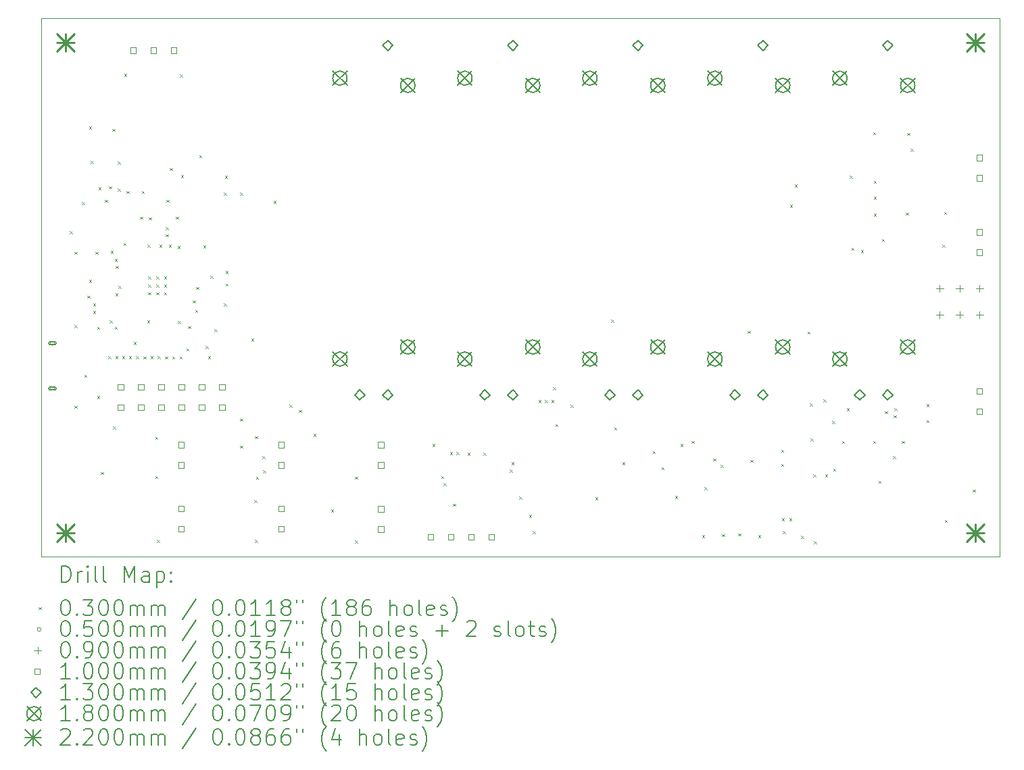
<source format=gbr>
%FSLAX45Y45*%
G04 Gerber Fmt 4.5, Leading zero omitted, Abs format (unit mm)*
G04 Created by KiCad (PCBNEW (6.0.5)) date 2023-10-06 12:52:46*
%MOMM*%
%LPD*%
G01*
G04 APERTURE LIST*
%TA.AperFunction,Profile*%
%ADD10C,0.100000*%
%TD*%
%ADD11C,0.200000*%
%ADD12C,0.030000*%
%ADD13C,0.050000*%
%ADD14C,0.090000*%
%ADD15C,0.100000*%
%ADD16C,0.130000*%
%ADD17C,0.180000*%
%ADD18C,0.220000*%
G04 APERTURE END LIST*
D10*
X8750000Y-6500000D02*
X20750000Y-6500000D01*
X20750000Y-6500000D02*
X20750000Y-13250000D01*
X20750000Y-13250000D02*
X8750000Y-13250000D01*
X8750000Y-13250000D02*
X8750000Y-6500000D01*
D11*
D12*
X9105000Y-9165000D02*
X9135000Y-9195000D01*
X9135000Y-9165000D02*
X9105000Y-9195000D01*
X9165000Y-9425000D02*
X9195000Y-9455000D01*
X9195000Y-9425000D02*
X9165000Y-9455000D01*
X9165000Y-10345000D02*
X9195000Y-10375000D01*
X9195000Y-10345000D02*
X9165000Y-10375000D01*
X9165000Y-11355000D02*
X9195000Y-11385000D01*
X9195000Y-11355000D02*
X9165000Y-11385000D01*
X9255000Y-8805000D02*
X9285000Y-8835000D01*
X9285000Y-8805000D02*
X9255000Y-8835000D01*
X9285000Y-10965000D02*
X9315000Y-10995000D01*
X9315000Y-10965000D02*
X9285000Y-10995000D01*
X9325000Y-9975000D02*
X9355000Y-10005000D01*
X9355000Y-9975000D02*
X9325000Y-10005000D01*
X9345000Y-7855000D02*
X9375000Y-7885000D01*
X9375000Y-7855000D02*
X9345000Y-7885000D01*
X9345000Y-9775000D02*
X9375000Y-9805000D01*
X9375000Y-9775000D02*
X9345000Y-9805000D01*
X9365000Y-8285000D02*
X9395000Y-8315000D01*
X9395000Y-8285000D02*
X9365000Y-8315000D01*
X9395000Y-10075000D02*
X9425000Y-10105000D01*
X9425000Y-10075000D02*
X9395000Y-10105000D01*
X9395000Y-10165000D02*
X9425000Y-10195000D01*
X9425000Y-10165000D02*
X9395000Y-10195000D01*
X9425000Y-9425000D02*
X9455000Y-9455000D01*
X9455000Y-9425000D02*
X9425000Y-9455000D01*
X9445000Y-10365000D02*
X9475000Y-10395000D01*
X9475000Y-10365000D02*
X9445000Y-10395000D01*
X9445000Y-11235000D02*
X9475000Y-11265000D01*
X9475000Y-11235000D02*
X9445000Y-11265000D01*
X9465000Y-8615000D02*
X9495000Y-8645000D01*
X9495000Y-8615000D02*
X9465000Y-8645000D01*
X9495000Y-12185000D02*
X9525000Y-12215000D01*
X9525000Y-12185000D02*
X9495000Y-12215000D01*
X9545000Y-8775000D02*
X9575000Y-8805000D01*
X9575000Y-8775000D02*
X9545000Y-8805000D01*
X9585000Y-10735000D02*
X9615000Y-10765000D01*
X9615000Y-10735000D02*
X9585000Y-10765000D01*
X9595000Y-8605000D02*
X9625000Y-8635000D01*
X9625000Y-8605000D02*
X9595000Y-8635000D01*
X9605000Y-10285000D02*
X9635000Y-10315000D01*
X9635000Y-10285000D02*
X9605000Y-10315000D01*
X9615000Y-9415000D02*
X9645000Y-9445000D01*
X9645000Y-9415000D02*
X9615000Y-9445000D01*
X9635000Y-7885000D02*
X9665000Y-7915000D01*
X9665000Y-7885000D02*
X9635000Y-7915000D01*
X9645000Y-11615000D02*
X9675000Y-11645000D01*
X9675000Y-11615000D02*
X9645000Y-11645000D01*
X9665000Y-9515000D02*
X9695000Y-9545000D01*
X9695000Y-9515000D02*
X9665000Y-9545000D01*
X9665000Y-10365000D02*
X9695000Y-10395000D01*
X9695000Y-10365000D02*
X9665000Y-10395000D01*
X9675000Y-9945000D02*
X9705000Y-9975000D01*
X9705000Y-9945000D02*
X9675000Y-9975000D01*
X9675000Y-10735000D02*
X9705000Y-10765000D01*
X9705000Y-10735000D02*
X9675000Y-10765000D01*
X9677912Y-9602088D02*
X9707912Y-9632088D01*
X9707912Y-9602088D02*
X9677912Y-9632088D01*
X9705000Y-8295000D02*
X9735000Y-8325000D01*
X9735000Y-8295000D02*
X9705000Y-8325000D01*
X9705000Y-8635000D02*
X9735000Y-8665000D01*
X9735000Y-8635000D02*
X9705000Y-8665000D01*
X9715000Y-9855000D02*
X9745000Y-9885000D01*
X9745000Y-9855000D02*
X9715000Y-9885000D01*
X9759206Y-10735000D02*
X9789206Y-10765000D01*
X9789206Y-10735000D02*
X9759206Y-10765000D01*
X9775000Y-9315000D02*
X9805000Y-9345000D01*
X9805000Y-9315000D02*
X9775000Y-9345000D01*
X9785000Y-7195000D02*
X9815000Y-7225000D01*
X9815000Y-7195000D02*
X9785000Y-7225000D01*
X9815000Y-8665000D02*
X9845000Y-8695000D01*
X9845000Y-8665000D02*
X9815000Y-8695000D01*
X9845000Y-10735000D02*
X9875000Y-10765000D01*
X9875000Y-10735000D02*
X9845000Y-10765000D01*
X9905000Y-10555000D02*
X9935000Y-10585000D01*
X9935000Y-10555000D02*
X9905000Y-10585000D01*
X9935000Y-10735000D02*
X9965000Y-10765000D01*
X9965000Y-10735000D02*
X9935000Y-10765000D01*
X9985000Y-8985000D02*
X10015000Y-9015000D01*
X10015000Y-8985000D02*
X9985000Y-9015000D01*
X10005000Y-8665000D02*
X10035000Y-8695000D01*
X10035000Y-8665000D02*
X10005000Y-8695000D01*
X10025000Y-10737550D02*
X10055000Y-10767550D01*
X10055000Y-10737550D02*
X10025000Y-10767550D01*
X10072550Y-10285000D02*
X10102550Y-10315000D01*
X10102550Y-10285000D02*
X10072550Y-10315000D01*
X10075000Y-9335000D02*
X10105000Y-9365000D01*
X10105000Y-9335000D02*
X10075000Y-9365000D01*
X10085000Y-9735000D02*
X10115000Y-9765000D01*
X10115000Y-9735000D02*
X10085000Y-9765000D01*
X10085000Y-9835000D02*
X10115000Y-9865000D01*
X10115000Y-9835000D02*
X10085000Y-9865000D01*
X10085000Y-9935000D02*
X10115000Y-9965000D01*
X10115000Y-9935000D02*
X10085000Y-9965000D01*
X10095000Y-8995000D02*
X10125000Y-9025000D01*
X10125000Y-8995000D02*
X10095000Y-9025000D01*
X10115000Y-10735000D02*
X10145000Y-10765000D01*
X10145000Y-10735000D02*
X10115000Y-10765000D01*
X10175000Y-11745000D02*
X10205000Y-11775000D01*
X10205000Y-11745000D02*
X10175000Y-11775000D01*
X10175000Y-12235000D02*
X10205000Y-12265000D01*
X10205000Y-12235000D02*
X10175000Y-12265000D01*
X10185000Y-9735000D02*
X10215000Y-9765000D01*
X10215000Y-9735000D02*
X10185000Y-9765000D01*
X10185000Y-9835000D02*
X10215000Y-9865000D01*
X10215000Y-9835000D02*
X10185000Y-9865000D01*
X10185000Y-9935000D02*
X10215000Y-9965000D01*
X10215000Y-9935000D02*
X10185000Y-9965000D01*
X10195000Y-13035000D02*
X10225000Y-13065000D01*
X10225000Y-13035000D02*
X10195000Y-13065000D01*
X10205000Y-10735000D02*
X10235000Y-10765000D01*
X10235000Y-10735000D02*
X10205000Y-10765000D01*
X10225000Y-9335000D02*
X10255000Y-9365000D01*
X10255000Y-9335000D02*
X10225000Y-9365000D01*
X10285000Y-9735000D02*
X10315000Y-9765000D01*
X10315000Y-9735000D02*
X10285000Y-9765000D01*
X10285000Y-9835000D02*
X10315000Y-9865000D01*
X10315000Y-9835000D02*
X10285000Y-9865000D01*
X10285000Y-9935000D02*
X10315000Y-9965000D01*
X10315000Y-9935000D02*
X10285000Y-9965000D01*
X10295000Y-10737550D02*
X10325000Y-10767550D01*
X10325000Y-10737550D02*
X10295000Y-10767550D01*
X10305000Y-9115000D02*
X10335000Y-9145000D01*
X10335000Y-9115000D02*
X10305000Y-9145000D01*
X10305000Y-9205000D02*
X10335000Y-9235000D01*
X10335000Y-9205000D02*
X10305000Y-9235000D01*
X10315000Y-8775000D02*
X10345000Y-8805000D01*
X10345000Y-8775000D02*
X10315000Y-8805000D01*
X10345000Y-9335000D02*
X10375000Y-9365000D01*
X10375000Y-9335000D02*
X10345000Y-9365000D01*
X10355000Y-8375000D02*
X10385000Y-8405000D01*
X10385000Y-8375000D02*
X10355000Y-8405000D01*
X10385000Y-10737550D02*
X10415000Y-10767550D01*
X10415000Y-10737550D02*
X10385000Y-10767550D01*
X10435000Y-8985000D02*
X10465000Y-9015000D01*
X10465000Y-8985000D02*
X10435000Y-9015000D01*
X10455000Y-9355000D02*
X10485000Y-9385000D01*
X10485000Y-9355000D02*
X10455000Y-9385000D01*
X10457450Y-10295000D02*
X10487450Y-10325000D01*
X10487450Y-10295000D02*
X10457450Y-10325000D01*
X10481053Y-10737550D02*
X10511053Y-10767550D01*
X10511053Y-10737550D02*
X10481053Y-10767550D01*
X10485000Y-7205000D02*
X10515000Y-7235000D01*
X10515000Y-7205000D02*
X10485000Y-7235000D01*
X10495000Y-8465000D02*
X10525000Y-8495000D01*
X10525000Y-8465000D02*
X10495000Y-8495000D01*
X10565000Y-10635000D02*
X10595000Y-10665000D01*
X10595000Y-10635000D02*
X10565000Y-10665000D01*
X10585000Y-10355000D02*
X10615000Y-10385000D01*
X10615000Y-10355000D02*
X10585000Y-10385000D01*
X10645000Y-10035000D02*
X10675000Y-10065000D01*
X10675000Y-10035000D02*
X10645000Y-10065000D01*
X10675000Y-10155000D02*
X10705000Y-10185000D01*
X10705000Y-10155000D02*
X10675000Y-10185000D01*
X10685000Y-9865000D02*
X10715000Y-9895000D01*
X10715000Y-9865000D02*
X10685000Y-9895000D01*
X10725000Y-8215000D02*
X10755000Y-8245000D01*
X10755000Y-8215000D02*
X10725000Y-8245000D01*
X10775000Y-9345000D02*
X10805000Y-9375000D01*
X10805000Y-9345000D02*
X10775000Y-9375000D01*
X10805000Y-10605000D02*
X10835000Y-10635000D01*
X10835000Y-10605000D02*
X10805000Y-10635000D01*
X10835000Y-10735000D02*
X10865000Y-10765000D01*
X10865000Y-10735000D02*
X10835000Y-10765000D01*
X10865000Y-9725000D02*
X10895000Y-9755000D01*
X10895000Y-9725000D02*
X10865000Y-9755000D01*
X10915000Y-10395000D02*
X10945000Y-10425000D01*
X10945000Y-10395000D02*
X10915000Y-10425000D01*
X11035000Y-8685000D02*
X11065000Y-8715000D01*
X11065000Y-8685000D02*
X11035000Y-8715000D01*
X11035000Y-10075000D02*
X11065000Y-10105000D01*
X11065000Y-10075000D02*
X11035000Y-10105000D01*
X11045000Y-8475000D02*
X11075000Y-8505000D01*
X11075000Y-8475000D02*
X11045000Y-8505000D01*
X11055000Y-9665000D02*
X11085000Y-9695000D01*
X11085000Y-9665000D02*
X11055000Y-9695000D01*
X11055000Y-9825000D02*
X11085000Y-9855000D01*
X11085000Y-9825000D02*
X11055000Y-9855000D01*
X11235000Y-8685000D02*
X11265000Y-8715000D01*
X11265000Y-8685000D02*
X11235000Y-8715000D01*
X11235000Y-11515000D02*
X11265000Y-11545000D01*
X11265000Y-11515000D02*
X11235000Y-11545000D01*
X11235000Y-11855000D02*
X11265000Y-11885000D01*
X11265000Y-11855000D02*
X11235000Y-11885000D01*
X11375000Y-10515000D02*
X11405000Y-10545000D01*
X11405000Y-10515000D02*
X11375000Y-10545000D01*
X11415000Y-12535000D02*
X11445000Y-12565000D01*
X11445000Y-12535000D02*
X11415000Y-12565000D01*
X11425000Y-11735000D02*
X11455000Y-11765000D01*
X11455000Y-11735000D02*
X11425000Y-11765000D01*
X11425000Y-13035000D02*
X11455000Y-13065000D01*
X11455000Y-13035000D02*
X11425000Y-13065000D01*
X11435000Y-12245000D02*
X11465000Y-12275000D01*
X11465000Y-12245000D02*
X11435000Y-12275000D01*
X11515000Y-11985000D02*
X11545000Y-12015000D01*
X11545000Y-11985000D02*
X11515000Y-12015000D01*
X11525000Y-12165000D02*
X11555000Y-12195000D01*
X11555000Y-12165000D02*
X11525000Y-12195000D01*
X11655000Y-8785000D02*
X11685000Y-8815000D01*
X11685000Y-8785000D02*
X11655000Y-8815000D01*
X11855000Y-11345000D02*
X11885000Y-11375000D01*
X11885000Y-11345000D02*
X11855000Y-11375000D01*
X11975000Y-11405000D02*
X12005000Y-11435000D01*
X12005000Y-11405000D02*
X11975000Y-11435000D01*
X12155000Y-11705000D02*
X12185000Y-11735000D01*
X12185000Y-11705000D02*
X12155000Y-11735000D01*
X12375000Y-12655000D02*
X12405000Y-12685000D01*
X12405000Y-12655000D02*
X12375000Y-12685000D01*
X12675000Y-12245000D02*
X12705000Y-12275000D01*
X12705000Y-12245000D02*
X12675000Y-12275000D01*
X12675000Y-13045000D02*
X12705000Y-13075000D01*
X12705000Y-13045000D02*
X12675000Y-13075000D01*
X13645000Y-11835000D02*
X13675000Y-11865000D01*
X13675000Y-11835000D02*
X13645000Y-11865000D01*
X13755000Y-12235000D02*
X13785000Y-12265000D01*
X13785000Y-12235000D02*
X13755000Y-12265000D01*
X13785000Y-12325000D02*
X13815000Y-12355000D01*
X13815000Y-12325000D02*
X13785000Y-12355000D01*
X13865000Y-11935000D02*
X13895000Y-11965000D01*
X13895000Y-11935000D02*
X13865000Y-11965000D01*
X13905000Y-12585000D02*
X13935000Y-12615000D01*
X13935000Y-12585000D02*
X13905000Y-12615000D01*
X13945000Y-11935000D02*
X13975000Y-11965000D01*
X13975000Y-11935000D02*
X13945000Y-11965000D01*
X14085000Y-11945000D02*
X14115000Y-11975000D01*
X14115000Y-11945000D02*
X14085000Y-11975000D01*
X14285000Y-11945000D02*
X14315000Y-11975000D01*
X14315000Y-11945000D02*
X14285000Y-11975000D01*
X14615000Y-12155000D02*
X14645000Y-12185000D01*
X14645000Y-12155000D02*
X14615000Y-12185000D01*
X14635000Y-12065000D02*
X14665000Y-12095000D01*
X14665000Y-12065000D02*
X14635000Y-12095000D01*
X14735000Y-12495000D02*
X14765000Y-12525000D01*
X14765000Y-12495000D02*
X14735000Y-12525000D01*
X14855000Y-12725000D02*
X14885000Y-12755000D01*
X14885000Y-12725000D02*
X14855000Y-12755000D01*
X14905000Y-12925000D02*
X14935000Y-12955000D01*
X14935000Y-12925000D02*
X14905000Y-12955000D01*
X14975000Y-11285000D02*
X15005000Y-11315000D01*
X15005000Y-11285000D02*
X14975000Y-11315000D01*
X15055000Y-11285000D02*
X15085000Y-11315000D01*
X15085000Y-11285000D02*
X15055000Y-11315000D01*
X15135000Y-11285000D02*
X15165000Y-11315000D01*
X15165000Y-11285000D02*
X15135000Y-11315000D01*
X15155000Y-11125000D02*
X15185000Y-11155000D01*
X15185000Y-11125000D02*
X15155000Y-11155000D01*
X15185000Y-11585000D02*
X15215000Y-11615000D01*
X15215000Y-11585000D02*
X15185000Y-11615000D01*
X15375000Y-11345000D02*
X15405000Y-11375000D01*
X15405000Y-11345000D02*
X15375000Y-11375000D01*
X15685000Y-12505000D02*
X15715000Y-12535000D01*
X15715000Y-12505000D02*
X15685000Y-12535000D01*
X15885000Y-10275000D02*
X15915000Y-10305000D01*
X15915000Y-10275000D02*
X15885000Y-10305000D01*
X15925000Y-11625000D02*
X15955000Y-11655000D01*
X15955000Y-11625000D02*
X15925000Y-11655000D01*
X16025000Y-12065000D02*
X16055000Y-12095000D01*
X16055000Y-12065000D02*
X16025000Y-12095000D01*
X16405000Y-11925000D02*
X16435000Y-11955000D01*
X16435000Y-11925000D02*
X16405000Y-11955000D01*
X16515000Y-12125000D02*
X16545000Y-12155000D01*
X16545000Y-12125000D02*
X16515000Y-12155000D01*
X16685000Y-12485000D02*
X16715000Y-12515000D01*
X16715000Y-12485000D02*
X16685000Y-12515000D01*
X16755000Y-11835000D02*
X16785000Y-11865000D01*
X16785000Y-11835000D02*
X16755000Y-11865000D01*
X16895000Y-11795000D02*
X16925000Y-11825000D01*
X16925000Y-11795000D02*
X16895000Y-11825000D01*
X17025000Y-12975000D02*
X17055000Y-13005000D01*
X17055000Y-12975000D02*
X17025000Y-13005000D01*
X17055000Y-12375000D02*
X17085000Y-12405000D01*
X17085000Y-12375000D02*
X17055000Y-12405000D01*
X17165000Y-12015000D02*
X17195000Y-12045000D01*
X17195000Y-12015000D02*
X17165000Y-12045000D01*
X17255000Y-12095000D02*
X17285000Y-12125000D01*
X17285000Y-12095000D02*
X17255000Y-12125000D01*
X17275000Y-12965000D02*
X17305000Y-12995000D01*
X17305000Y-12965000D02*
X17275000Y-12995000D01*
X17475000Y-12955000D02*
X17505000Y-12985000D01*
X17505000Y-12955000D02*
X17475000Y-12985000D01*
X17595000Y-10415000D02*
X17625000Y-10445000D01*
X17625000Y-10415000D02*
X17595000Y-10445000D01*
X17627500Y-12035000D02*
X17657500Y-12065000D01*
X17657500Y-12035000D02*
X17627500Y-12065000D01*
X17725000Y-12975000D02*
X17755000Y-13005000D01*
X17755000Y-12975000D02*
X17725000Y-13005000D01*
X18015000Y-11905000D02*
X18045000Y-11935000D01*
X18045000Y-11905000D02*
X18015000Y-11935000D01*
X18015000Y-12085000D02*
X18045000Y-12115000D01*
X18045000Y-12085000D02*
X18015000Y-12115000D01*
X18025000Y-12765000D02*
X18055000Y-12795000D01*
X18055000Y-12765000D02*
X18025000Y-12795000D01*
X18035000Y-12925000D02*
X18065000Y-12955000D01*
X18065000Y-12925000D02*
X18035000Y-12955000D01*
X18115000Y-12765000D02*
X18145000Y-12795000D01*
X18145000Y-12765000D02*
X18115000Y-12795000D01*
X18125000Y-8835000D02*
X18155000Y-8865000D01*
X18155000Y-8835000D02*
X18125000Y-8865000D01*
X18185000Y-8585000D02*
X18215000Y-8615000D01*
X18215000Y-8585000D02*
X18185000Y-8615000D01*
X18265000Y-12985000D02*
X18295000Y-13015000D01*
X18295000Y-12985000D02*
X18265000Y-13015000D01*
X18345000Y-10425000D02*
X18375000Y-10455000D01*
X18375000Y-10425000D02*
X18345000Y-10455000D01*
X18375000Y-11325000D02*
X18405000Y-11355000D01*
X18405000Y-11325000D02*
X18375000Y-11355000D01*
X18385000Y-11765000D02*
X18415000Y-11795000D01*
X18415000Y-11765000D02*
X18385000Y-11795000D01*
X18415000Y-12215000D02*
X18445000Y-12245000D01*
X18445000Y-12215000D02*
X18415000Y-12245000D01*
X18425000Y-13055000D02*
X18455000Y-13085000D01*
X18455000Y-13055000D02*
X18425000Y-13085000D01*
X18545000Y-11275000D02*
X18575000Y-11305000D01*
X18575000Y-11275000D02*
X18545000Y-11305000D01*
X18565000Y-12215000D02*
X18595000Y-12245000D01*
X18595000Y-12215000D02*
X18565000Y-12245000D01*
X18655000Y-11545000D02*
X18685000Y-11575000D01*
X18685000Y-11545000D02*
X18655000Y-11575000D01*
X18665000Y-12145000D02*
X18695000Y-12175000D01*
X18695000Y-12145000D02*
X18665000Y-12175000D01*
X18775000Y-11795000D02*
X18805000Y-11825000D01*
X18805000Y-11795000D02*
X18775000Y-11825000D01*
X18835000Y-11385000D02*
X18865000Y-11415000D01*
X18865000Y-11385000D02*
X18835000Y-11415000D01*
X18875000Y-8475000D02*
X18905000Y-8505000D01*
X18905000Y-8475000D02*
X18875000Y-8505000D01*
X18895000Y-9375000D02*
X18925000Y-9405000D01*
X18925000Y-9375000D02*
X18895000Y-9405000D01*
X19015000Y-9405000D02*
X19045000Y-9435000D01*
X19045000Y-9405000D02*
X19015000Y-9435000D01*
X19165000Y-7925000D02*
X19195000Y-7955000D01*
X19195000Y-7925000D02*
X19165000Y-7955000D01*
X19165000Y-11795000D02*
X19195000Y-11825000D01*
X19195000Y-11795000D02*
X19165000Y-11825000D01*
X19175000Y-8535000D02*
X19205000Y-8565000D01*
X19205000Y-8535000D02*
X19175000Y-8565000D01*
X19175000Y-8735000D02*
X19205000Y-8765000D01*
X19205000Y-8735000D02*
X19175000Y-8765000D01*
X19175000Y-8945000D02*
X19205000Y-8975000D01*
X19205000Y-8945000D02*
X19175000Y-8975000D01*
X19235000Y-12295000D02*
X19265000Y-12325000D01*
X19265000Y-12295000D02*
X19235000Y-12325000D01*
X19275000Y-9265000D02*
X19305000Y-9295000D01*
X19305000Y-9265000D02*
X19275000Y-9295000D01*
X19315000Y-11425000D02*
X19345000Y-11455000D01*
X19345000Y-11425000D02*
X19315000Y-11455000D01*
X19415000Y-11985000D02*
X19445000Y-12015000D01*
X19445000Y-11985000D02*
X19415000Y-12015000D01*
X19425000Y-11475000D02*
X19455000Y-11505000D01*
X19455000Y-11475000D02*
X19425000Y-11505000D01*
X19435000Y-11385000D02*
X19465000Y-11415000D01*
X19465000Y-11385000D02*
X19435000Y-11415000D01*
X19525000Y-11795000D02*
X19555000Y-11825000D01*
X19555000Y-11795000D02*
X19525000Y-11825000D01*
X19575000Y-8935000D02*
X19605000Y-8965000D01*
X19605000Y-8935000D02*
X19575000Y-8965000D01*
X19595000Y-7935000D02*
X19625000Y-7965000D01*
X19625000Y-7935000D02*
X19595000Y-7965000D01*
X19635000Y-8135000D02*
X19665000Y-8165000D01*
X19665000Y-8135000D02*
X19635000Y-8165000D01*
X19835000Y-11335000D02*
X19865000Y-11365000D01*
X19865000Y-11335000D02*
X19835000Y-11365000D01*
X19835000Y-11535000D02*
X19865000Y-11565000D01*
X19865000Y-11535000D02*
X19835000Y-11565000D01*
X20035000Y-9335000D02*
X20065000Y-9365000D01*
X20065000Y-9335000D02*
X20035000Y-9365000D01*
X20055000Y-8925000D02*
X20085000Y-8955000D01*
X20085000Y-8925000D02*
X20055000Y-8955000D01*
X20065000Y-12785000D02*
X20095000Y-12815000D01*
X20095000Y-12785000D02*
X20065000Y-12815000D01*
X20415000Y-12405000D02*
X20445000Y-12435000D01*
X20445000Y-12405000D02*
X20415000Y-12435000D01*
D13*
X8910000Y-10572500D02*
G75*
G03*
X8910000Y-10572500I-25000J0D01*
G01*
D11*
X8920000Y-10557500D02*
X8850000Y-10557500D01*
X8920000Y-10587500D02*
X8850000Y-10587500D01*
X8850000Y-10557500D02*
G75*
G03*
X8850000Y-10587500I0J-15000D01*
G01*
X8920000Y-10587500D02*
G75*
G03*
X8920000Y-10557500I0J15000D01*
G01*
D13*
X8910000Y-11137500D02*
G75*
G03*
X8910000Y-11137500I-25000J0D01*
G01*
D11*
X8920000Y-11122500D02*
X8850000Y-11122500D01*
X8920000Y-11152500D02*
X8850000Y-11152500D01*
X8850000Y-11122500D02*
G75*
G03*
X8850000Y-11152500I0J-15000D01*
G01*
X8920000Y-11152500D02*
G75*
G03*
X8920000Y-11122500I0J15000D01*
G01*
D14*
X20000000Y-9840000D02*
X20000000Y-9930000D01*
X19955000Y-9885000D02*
X20045000Y-9885000D01*
X20000000Y-10170000D02*
X20000000Y-10260000D01*
X19955000Y-10215000D02*
X20045000Y-10215000D01*
X20250000Y-9840000D02*
X20250000Y-9930000D01*
X20205000Y-9885000D02*
X20295000Y-9885000D01*
X20250000Y-10170000D02*
X20250000Y-10260000D01*
X20205000Y-10215000D02*
X20295000Y-10215000D01*
X20500000Y-9840000D02*
X20500000Y-9930000D01*
X20455000Y-9885000D02*
X20545000Y-9885000D01*
X20500000Y-10170000D02*
X20500000Y-10260000D01*
X20455000Y-10215000D02*
X20545000Y-10215000D01*
D15*
X9777356Y-11158856D02*
X9777356Y-11088144D01*
X9706644Y-11088144D01*
X9706644Y-11158856D01*
X9777356Y-11158856D01*
X9777356Y-11412856D02*
X9777356Y-11342144D01*
X9706644Y-11342144D01*
X9706644Y-11412856D01*
X9777356Y-11412856D01*
X9931356Y-6935356D02*
X9931356Y-6864644D01*
X9860644Y-6864644D01*
X9860644Y-6935356D01*
X9931356Y-6935356D01*
X10031356Y-11158856D02*
X10031356Y-11088144D01*
X9960644Y-11088144D01*
X9960644Y-11158856D01*
X10031356Y-11158856D01*
X10031356Y-11412856D02*
X10031356Y-11342144D01*
X9960644Y-11342144D01*
X9960644Y-11412856D01*
X10031356Y-11412856D01*
X10185356Y-6935356D02*
X10185356Y-6864644D01*
X10114644Y-6864644D01*
X10114644Y-6935356D01*
X10185356Y-6935356D01*
X10285356Y-11158856D02*
X10285356Y-11088144D01*
X10214644Y-11088144D01*
X10214644Y-11158856D01*
X10285356Y-11158856D01*
X10285356Y-11412856D02*
X10285356Y-11342144D01*
X10214644Y-11342144D01*
X10214644Y-11412856D01*
X10285356Y-11412856D01*
X10439356Y-6935356D02*
X10439356Y-6864644D01*
X10368644Y-6864644D01*
X10368644Y-6935356D01*
X10439356Y-6935356D01*
X10535356Y-11881356D02*
X10535356Y-11810644D01*
X10464644Y-11810644D01*
X10464644Y-11881356D01*
X10535356Y-11881356D01*
X10535356Y-12135356D02*
X10535356Y-12064644D01*
X10464644Y-12064644D01*
X10464644Y-12135356D01*
X10535356Y-12135356D01*
X10535356Y-12681356D02*
X10535356Y-12610644D01*
X10464644Y-12610644D01*
X10464644Y-12681356D01*
X10535356Y-12681356D01*
X10535356Y-12935356D02*
X10535356Y-12864644D01*
X10464644Y-12864644D01*
X10464644Y-12935356D01*
X10535356Y-12935356D01*
X10539356Y-11158856D02*
X10539356Y-11088144D01*
X10468644Y-11088144D01*
X10468644Y-11158856D01*
X10539356Y-11158856D01*
X10539356Y-11412856D02*
X10539356Y-11342144D01*
X10468644Y-11342144D01*
X10468644Y-11412856D01*
X10539356Y-11412856D01*
X10793356Y-11158856D02*
X10793356Y-11088144D01*
X10722644Y-11088144D01*
X10722644Y-11158856D01*
X10793356Y-11158856D01*
X10793356Y-11412856D02*
X10793356Y-11342144D01*
X10722644Y-11342144D01*
X10722644Y-11412856D01*
X10793356Y-11412856D01*
X11047356Y-11158856D02*
X11047356Y-11088144D01*
X10976644Y-11088144D01*
X10976644Y-11158856D01*
X11047356Y-11158856D01*
X11047356Y-11412856D02*
X11047356Y-11342144D01*
X10976644Y-11342144D01*
X10976644Y-11412856D01*
X11047356Y-11412856D01*
X11785356Y-11881356D02*
X11785356Y-11810644D01*
X11714644Y-11810644D01*
X11714644Y-11881356D01*
X11785356Y-11881356D01*
X11785356Y-12135356D02*
X11785356Y-12064644D01*
X11714644Y-12064644D01*
X11714644Y-12135356D01*
X11785356Y-12135356D01*
X11785356Y-12681356D02*
X11785356Y-12610644D01*
X11714644Y-12610644D01*
X11714644Y-12681356D01*
X11785356Y-12681356D01*
X11785356Y-12935356D02*
X11785356Y-12864644D01*
X11714644Y-12864644D01*
X11714644Y-12935356D01*
X11785356Y-12935356D01*
X13035356Y-11881356D02*
X13035356Y-11810644D01*
X12964644Y-11810644D01*
X12964644Y-11881356D01*
X13035356Y-11881356D01*
X13035356Y-12135356D02*
X13035356Y-12064644D01*
X12964644Y-12064644D01*
X12964644Y-12135356D01*
X13035356Y-12135356D01*
X13035356Y-12685356D02*
X13035356Y-12614644D01*
X12964644Y-12614644D01*
X12964644Y-12685356D01*
X13035356Y-12685356D01*
X13035356Y-12939356D02*
X13035356Y-12868644D01*
X12964644Y-12868644D01*
X12964644Y-12939356D01*
X13035356Y-12939356D01*
X13655356Y-13035356D02*
X13655356Y-12964644D01*
X13584644Y-12964644D01*
X13584644Y-13035356D01*
X13655356Y-13035356D01*
X13909356Y-13035356D02*
X13909356Y-12964644D01*
X13838644Y-12964644D01*
X13838644Y-13035356D01*
X13909356Y-13035356D01*
X14163356Y-13035356D02*
X14163356Y-12964644D01*
X14092644Y-12964644D01*
X14092644Y-13035356D01*
X14163356Y-13035356D01*
X14417356Y-13035356D02*
X14417356Y-12964644D01*
X14346644Y-12964644D01*
X14346644Y-13035356D01*
X14417356Y-13035356D01*
X20535356Y-8281356D02*
X20535356Y-8210644D01*
X20464644Y-8210644D01*
X20464644Y-8281356D01*
X20535356Y-8281356D01*
X20535356Y-8535356D02*
X20535356Y-8464644D01*
X20464644Y-8464644D01*
X20464644Y-8535356D01*
X20535356Y-8535356D01*
X20535356Y-9213231D02*
X20535356Y-9142519D01*
X20464644Y-9142519D01*
X20464644Y-9213231D01*
X20535356Y-9213231D01*
X20535356Y-9467231D02*
X20535356Y-9396519D01*
X20464644Y-9396519D01*
X20464644Y-9467231D01*
X20535356Y-9467231D01*
X20535356Y-11207856D02*
X20535356Y-11137144D01*
X20464644Y-11137144D01*
X20464644Y-11207856D01*
X20535356Y-11207856D01*
X20535356Y-11461856D02*
X20535356Y-11391144D01*
X20464644Y-11391144D01*
X20464644Y-11461856D01*
X20535356Y-11461856D01*
D16*
X12737500Y-11285000D02*
X12802500Y-11220000D01*
X12737500Y-11155000D01*
X12672500Y-11220000D01*
X12737500Y-11285000D01*
X13087500Y-6905000D02*
X13152500Y-6840000D01*
X13087500Y-6775000D01*
X13022500Y-6840000D01*
X13087500Y-6905000D01*
X13087500Y-11285000D02*
X13152500Y-11220000D01*
X13087500Y-11155000D01*
X13022500Y-11220000D01*
X13087500Y-11285000D01*
X14303125Y-11285000D02*
X14368125Y-11220000D01*
X14303125Y-11155000D01*
X14238125Y-11220000D01*
X14303125Y-11285000D01*
X14653125Y-6905000D02*
X14718125Y-6840000D01*
X14653125Y-6775000D01*
X14588125Y-6840000D01*
X14653125Y-6905000D01*
X14653125Y-11285000D02*
X14718125Y-11220000D01*
X14653125Y-11155000D01*
X14588125Y-11220000D01*
X14653125Y-11285000D01*
X15868750Y-11285000D02*
X15933750Y-11220000D01*
X15868750Y-11155000D01*
X15803750Y-11220000D01*
X15868750Y-11285000D01*
X16218750Y-6905000D02*
X16283750Y-6840000D01*
X16218750Y-6775000D01*
X16153750Y-6840000D01*
X16218750Y-6905000D01*
X16218750Y-11285000D02*
X16283750Y-11220000D01*
X16218750Y-11155000D01*
X16153750Y-11220000D01*
X16218750Y-11285000D01*
X17434375Y-11285000D02*
X17499375Y-11220000D01*
X17434375Y-11155000D01*
X17369375Y-11220000D01*
X17434375Y-11285000D01*
X17784375Y-6905000D02*
X17849375Y-6840000D01*
X17784375Y-6775000D01*
X17719375Y-6840000D01*
X17784375Y-6905000D01*
X17784375Y-11285000D02*
X17849375Y-11220000D01*
X17784375Y-11155000D01*
X17719375Y-11220000D01*
X17784375Y-11285000D01*
X19000000Y-11285000D02*
X19065000Y-11220000D01*
X19000000Y-11155000D01*
X18935000Y-11220000D01*
X19000000Y-11285000D01*
X19350000Y-6905000D02*
X19415000Y-6840000D01*
X19350000Y-6775000D01*
X19285000Y-6840000D01*
X19350000Y-6905000D01*
X19350000Y-11285000D02*
X19415000Y-11220000D01*
X19350000Y-11155000D01*
X19285000Y-11220000D01*
X19350000Y-11285000D01*
D17*
X12397500Y-7160000D02*
X12577500Y-7340000D01*
X12577500Y-7160000D02*
X12397500Y-7340000D01*
X12577500Y-7250000D02*
G75*
G03*
X12577500Y-7250000I-90000J0D01*
G01*
X12397500Y-10680000D02*
X12577500Y-10860000D01*
X12577500Y-10680000D02*
X12397500Y-10860000D01*
X12577500Y-10770000D02*
G75*
G03*
X12577500Y-10770000I-90000J0D01*
G01*
X13247500Y-7250000D02*
X13427500Y-7430000D01*
X13427500Y-7250000D02*
X13247500Y-7430000D01*
X13427500Y-7340000D02*
G75*
G03*
X13427500Y-7340000I-90000J0D01*
G01*
X13247500Y-10530000D02*
X13427500Y-10710000D01*
X13427500Y-10530000D02*
X13247500Y-10710000D01*
X13427500Y-10620000D02*
G75*
G03*
X13427500Y-10620000I-90000J0D01*
G01*
X13963125Y-7160000D02*
X14143125Y-7340000D01*
X14143125Y-7160000D02*
X13963125Y-7340000D01*
X14143125Y-7250000D02*
G75*
G03*
X14143125Y-7250000I-90000J0D01*
G01*
X13963125Y-10680000D02*
X14143125Y-10860000D01*
X14143125Y-10680000D02*
X13963125Y-10860000D01*
X14143125Y-10770000D02*
G75*
G03*
X14143125Y-10770000I-90000J0D01*
G01*
X14813125Y-7250000D02*
X14993125Y-7430000D01*
X14993125Y-7250000D02*
X14813125Y-7430000D01*
X14993125Y-7340000D02*
G75*
G03*
X14993125Y-7340000I-90000J0D01*
G01*
X14813125Y-10530000D02*
X14993125Y-10710000D01*
X14993125Y-10530000D02*
X14813125Y-10710000D01*
X14993125Y-10620000D02*
G75*
G03*
X14993125Y-10620000I-90000J0D01*
G01*
X15528750Y-7160000D02*
X15708750Y-7340000D01*
X15708750Y-7160000D02*
X15528750Y-7340000D01*
X15708750Y-7250000D02*
G75*
G03*
X15708750Y-7250000I-90000J0D01*
G01*
X15528750Y-10680000D02*
X15708750Y-10860000D01*
X15708750Y-10680000D02*
X15528750Y-10860000D01*
X15708750Y-10770000D02*
G75*
G03*
X15708750Y-10770000I-90000J0D01*
G01*
X16378750Y-7250000D02*
X16558750Y-7430000D01*
X16558750Y-7250000D02*
X16378750Y-7430000D01*
X16558750Y-7340000D02*
G75*
G03*
X16558750Y-7340000I-90000J0D01*
G01*
X16378750Y-10530000D02*
X16558750Y-10710000D01*
X16558750Y-10530000D02*
X16378750Y-10710000D01*
X16558750Y-10620000D02*
G75*
G03*
X16558750Y-10620000I-90000J0D01*
G01*
X17094375Y-7160000D02*
X17274375Y-7340000D01*
X17274375Y-7160000D02*
X17094375Y-7340000D01*
X17274375Y-7250000D02*
G75*
G03*
X17274375Y-7250000I-90000J0D01*
G01*
X17094375Y-10680000D02*
X17274375Y-10860000D01*
X17274375Y-10680000D02*
X17094375Y-10860000D01*
X17274375Y-10770000D02*
G75*
G03*
X17274375Y-10770000I-90000J0D01*
G01*
X17944375Y-7250000D02*
X18124375Y-7430000D01*
X18124375Y-7250000D02*
X17944375Y-7430000D01*
X18124375Y-7340000D02*
G75*
G03*
X18124375Y-7340000I-90000J0D01*
G01*
X17944375Y-10530000D02*
X18124375Y-10710000D01*
X18124375Y-10530000D02*
X17944375Y-10710000D01*
X18124375Y-10620000D02*
G75*
G03*
X18124375Y-10620000I-90000J0D01*
G01*
X18660000Y-7160000D02*
X18840000Y-7340000D01*
X18840000Y-7160000D02*
X18660000Y-7340000D01*
X18840000Y-7250000D02*
G75*
G03*
X18840000Y-7250000I-90000J0D01*
G01*
X18660000Y-10680000D02*
X18840000Y-10860000D01*
X18840000Y-10680000D02*
X18660000Y-10860000D01*
X18840000Y-10770000D02*
G75*
G03*
X18840000Y-10770000I-90000J0D01*
G01*
X19510000Y-7250000D02*
X19690000Y-7430000D01*
X19690000Y-7250000D02*
X19510000Y-7430000D01*
X19690000Y-7340000D02*
G75*
G03*
X19690000Y-7340000I-90000J0D01*
G01*
X19510000Y-10530000D02*
X19690000Y-10710000D01*
X19690000Y-10530000D02*
X19510000Y-10710000D01*
X19690000Y-10620000D02*
G75*
G03*
X19690000Y-10620000I-90000J0D01*
G01*
D18*
X8940000Y-6690000D02*
X9160000Y-6910000D01*
X9160000Y-6690000D02*
X8940000Y-6910000D01*
X9050000Y-6690000D02*
X9050000Y-6910000D01*
X8940000Y-6800000D02*
X9160000Y-6800000D01*
X8940000Y-12840000D02*
X9160000Y-13060000D01*
X9160000Y-12840000D02*
X8940000Y-13060000D01*
X9050000Y-12840000D02*
X9050000Y-13060000D01*
X8940000Y-12950000D02*
X9160000Y-12950000D01*
X20340000Y-6690000D02*
X20560000Y-6910000D01*
X20560000Y-6690000D02*
X20340000Y-6910000D01*
X20450000Y-6690000D02*
X20450000Y-6910000D01*
X20340000Y-6800000D02*
X20560000Y-6800000D01*
X20340000Y-12840000D02*
X20560000Y-13060000D01*
X20560000Y-12840000D02*
X20340000Y-13060000D01*
X20450000Y-12840000D02*
X20450000Y-13060000D01*
X20340000Y-12950000D02*
X20560000Y-12950000D01*
D11*
X9002619Y-13565476D02*
X9002619Y-13365476D01*
X9050238Y-13365476D01*
X9078810Y-13375000D01*
X9097857Y-13394048D01*
X9107381Y-13413095D01*
X9116905Y-13451190D01*
X9116905Y-13479762D01*
X9107381Y-13517857D01*
X9097857Y-13536905D01*
X9078810Y-13555952D01*
X9050238Y-13565476D01*
X9002619Y-13565476D01*
X9202619Y-13565476D02*
X9202619Y-13432143D01*
X9202619Y-13470238D02*
X9212143Y-13451190D01*
X9221667Y-13441667D01*
X9240714Y-13432143D01*
X9259762Y-13432143D01*
X9326429Y-13565476D02*
X9326429Y-13432143D01*
X9326429Y-13365476D02*
X9316905Y-13375000D01*
X9326429Y-13384524D01*
X9335952Y-13375000D01*
X9326429Y-13365476D01*
X9326429Y-13384524D01*
X9450238Y-13565476D02*
X9431190Y-13555952D01*
X9421667Y-13536905D01*
X9421667Y-13365476D01*
X9555000Y-13565476D02*
X9535952Y-13555952D01*
X9526429Y-13536905D01*
X9526429Y-13365476D01*
X9783571Y-13565476D02*
X9783571Y-13365476D01*
X9850238Y-13508333D01*
X9916905Y-13365476D01*
X9916905Y-13565476D01*
X10097857Y-13565476D02*
X10097857Y-13460714D01*
X10088333Y-13441667D01*
X10069286Y-13432143D01*
X10031190Y-13432143D01*
X10012143Y-13441667D01*
X10097857Y-13555952D02*
X10078810Y-13565476D01*
X10031190Y-13565476D01*
X10012143Y-13555952D01*
X10002619Y-13536905D01*
X10002619Y-13517857D01*
X10012143Y-13498809D01*
X10031190Y-13489286D01*
X10078810Y-13489286D01*
X10097857Y-13479762D01*
X10193095Y-13432143D02*
X10193095Y-13632143D01*
X10193095Y-13441667D02*
X10212143Y-13432143D01*
X10250238Y-13432143D01*
X10269286Y-13441667D01*
X10278810Y-13451190D01*
X10288333Y-13470238D01*
X10288333Y-13527381D01*
X10278810Y-13546428D01*
X10269286Y-13555952D01*
X10250238Y-13565476D01*
X10212143Y-13565476D01*
X10193095Y-13555952D01*
X10374048Y-13546428D02*
X10383571Y-13555952D01*
X10374048Y-13565476D01*
X10364524Y-13555952D01*
X10374048Y-13546428D01*
X10374048Y-13565476D01*
X10374048Y-13441667D02*
X10383571Y-13451190D01*
X10374048Y-13460714D01*
X10364524Y-13451190D01*
X10374048Y-13441667D01*
X10374048Y-13460714D01*
D12*
X8715000Y-13880000D02*
X8745000Y-13910000D01*
X8745000Y-13880000D02*
X8715000Y-13910000D01*
D11*
X9040714Y-13785476D02*
X9059762Y-13785476D01*
X9078810Y-13795000D01*
X9088333Y-13804524D01*
X9097857Y-13823571D01*
X9107381Y-13861667D01*
X9107381Y-13909286D01*
X9097857Y-13947381D01*
X9088333Y-13966428D01*
X9078810Y-13975952D01*
X9059762Y-13985476D01*
X9040714Y-13985476D01*
X9021667Y-13975952D01*
X9012143Y-13966428D01*
X9002619Y-13947381D01*
X8993095Y-13909286D01*
X8993095Y-13861667D01*
X9002619Y-13823571D01*
X9012143Y-13804524D01*
X9021667Y-13795000D01*
X9040714Y-13785476D01*
X9193095Y-13966428D02*
X9202619Y-13975952D01*
X9193095Y-13985476D01*
X9183571Y-13975952D01*
X9193095Y-13966428D01*
X9193095Y-13985476D01*
X9269286Y-13785476D02*
X9393095Y-13785476D01*
X9326429Y-13861667D01*
X9355000Y-13861667D01*
X9374048Y-13871190D01*
X9383571Y-13880714D01*
X9393095Y-13899762D01*
X9393095Y-13947381D01*
X9383571Y-13966428D01*
X9374048Y-13975952D01*
X9355000Y-13985476D01*
X9297857Y-13985476D01*
X9278810Y-13975952D01*
X9269286Y-13966428D01*
X9516905Y-13785476D02*
X9535952Y-13785476D01*
X9555000Y-13795000D01*
X9564524Y-13804524D01*
X9574048Y-13823571D01*
X9583571Y-13861667D01*
X9583571Y-13909286D01*
X9574048Y-13947381D01*
X9564524Y-13966428D01*
X9555000Y-13975952D01*
X9535952Y-13985476D01*
X9516905Y-13985476D01*
X9497857Y-13975952D01*
X9488333Y-13966428D01*
X9478810Y-13947381D01*
X9469286Y-13909286D01*
X9469286Y-13861667D01*
X9478810Y-13823571D01*
X9488333Y-13804524D01*
X9497857Y-13795000D01*
X9516905Y-13785476D01*
X9707381Y-13785476D02*
X9726429Y-13785476D01*
X9745476Y-13795000D01*
X9755000Y-13804524D01*
X9764524Y-13823571D01*
X9774048Y-13861667D01*
X9774048Y-13909286D01*
X9764524Y-13947381D01*
X9755000Y-13966428D01*
X9745476Y-13975952D01*
X9726429Y-13985476D01*
X9707381Y-13985476D01*
X9688333Y-13975952D01*
X9678810Y-13966428D01*
X9669286Y-13947381D01*
X9659762Y-13909286D01*
X9659762Y-13861667D01*
X9669286Y-13823571D01*
X9678810Y-13804524D01*
X9688333Y-13795000D01*
X9707381Y-13785476D01*
X9859762Y-13985476D02*
X9859762Y-13852143D01*
X9859762Y-13871190D02*
X9869286Y-13861667D01*
X9888333Y-13852143D01*
X9916905Y-13852143D01*
X9935952Y-13861667D01*
X9945476Y-13880714D01*
X9945476Y-13985476D01*
X9945476Y-13880714D02*
X9955000Y-13861667D01*
X9974048Y-13852143D01*
X10002619Y-13852143D01*
X10021667Y-13861667D01*
X10031190Y-13880714D01*
X10031190Y-13985476D01*
X10126429Y-13985476D02*
X10126429Y-13852143D01*
X10126429Y-13871190D02*
X10135952Y-13861667D01*
X10155000Y-13852143D01*
X10183571Y-13852143D01*
X10202619Y-13861667D01*
X10212143Y-13880714D01*
X10212143Y-13985476D01*
X10212143Y-13880714D02*
X10221667Y-13861667D01*
X10240714Y-13852143D01*
X10269286Y-13852143D01*
X10288333Y-13861667D01*
X10297857Y-13880714D01*
X10297857Y-13985476D01*
X10688333Y-13775952D02*
X10516905Y-14033095D01*
X10945476Y-13785476D02*
X10964524Y-13785476D01*
X10983571Y-13795000D01*
X10993095Y-13804524D01*
X11002619Y-13823571D01*
X11012143Y-13861667D01*
X11012143Y-13909286D01*
X11002619Y-13947381D01*
X10993095Y-13966428D01*
X10983571Y-13975952D01*
X10964524Y-13985476D01*
X10945476Y-13985476D01*
X10926429Y-13975952D01*
X10916905Y-13966428D01*
X10907381Y-13947381D01*
X10897857Y-13909286D01*
X10897857Y-13861667D01*
X10907381Y-13823571D01*
X10916905Y-13804524D01*
X10926429Y-13795000D01*
X10945476Y-13785476D01*
X11097857Y-13966428D02*
X11107381Y-13975952D01*
X11097857Y-13985476D01*
X11088333Y-13975952D01*
X11097857Y-13966428D01*
X11097857Y-13985476D01*
X11231190Y-13785476D02*
X11250238Y-13785476D01*
X11269286Y-13795000D01*
X11278809Y-13804524D01*
X11288333Y-13823571D01*
X11297857Y-13861667D01*
X11297857Y-13909286D01*
X11288333Y-13947381D01*
X11278809Y-13966428D01*
X11269286Y-13975952D01*
X11250238Y-13985476D01*
X11231190Y-13985476D01*
X11212143Y-13975952D01*
X11202619Y-13966428D01*
X11193095Y-13947381D01*
X11183571Y-13909286D01*
X11183571Y-13861667D01*
X11193095Y-13823571D01*
X11202619Y-13804524D01*
X11212143Y-13795000D01*
X11231190Y-13785476D01*
X11488333Y-13985476D02*
X11374048Y-13985476D01*
X11431190Y-13985476D02*
X11431190Y-13785476D01*
X11412143Y-13814048D01*
X11393095Y-13833095D01*
X11374048Y-13842619D01*
X11678809Y-13985476D02*
X11564524Y-13985476D01*
X11621667Y-13985476D02*
X11621667Y-13785476D01*
X11602619Y-13814048D01*
X11583571Y-13833095D01*
X11564524Y-13842619D01*
X11793095Y-13871190D02*
X11774048Y-13861667D01*
X11764524Y-13852143D01*
X11755000Y-13833095D01*
X11755000Y-13823571D01*
X11764524Y-13804524D01*
X11774048Y-13795000D01*
X11793095Y-13785476D01*
X11831190Y-13785476D01*
X11850238Y-13795000D01*
X11859762Y-13804524D01*
X11869286Y-13823571D01*
X11869286Y-13833095D01*
X11859762Y-13852143D01*
X11850238Y-13861667D01*
X11831190Y-13871190D01*
X11793095Y-13871190D01*
X11774048Y-13880714D01*
X11764524Y-13890238D01*
X11755000Y-13909286D01*
X11755000Y-13947381D01*
X11764524Y-13966428D01*
X11774048Y-13975952D01*
X11793095Y-13985476D01*
X11831190Y-13985476D01*
X11850238Y-13975952D01*
X11859762Y-13966428D01*
X11869286Y-13947381D01*
X11869286Y-13909286D01*
X11859762Y-13890238D01*
X11850238Y-13880714D01*
X11831190Y-13871190D01*
X11945476Y-13785476D02*
X11945476Y-13823571D01*
X12021667Y-13785476D02*
X12021667Y-13823571D01*
X12316905Y-14061667D02*
X12307381Y-14052143D01*
X12288333Y-14023571D01*
X12278809Y-14004524D01*
X12269286Y-13975952D01*
X12259762Y-13928333D01*
X12259762Y-13890238D01*
X12269286Y-13842619D01*
X12278809Y-13814048D01*
X12288333Y-13795000D01*
X12307381Y-13766428D01*
X12316905Y-13756905D01*
X12497857Y-13985476D02*
X12383571Y-13985476D01*
X12440714Y-13985476D02*
X12440714Y-13785476D01*
X12421667Y-13814048D01*
X12402619Y-13833095D01*
X12383571Y-13842619D01*
X12612143Y-13871190D02*
X12593095Y-13861667D01*
X12583571Y-13852143D01*
X12574048Y-13833095D01*
X12574048Y-13823571D01*
X12583571Y-13804524D01*
X12593095Y-13795000D01*
X12612143Y-13785476D01*
X12650238Y-13785476D01*
X12669286Y-13795000D01*
X12678809Y-13804524D01*
X12688333Y-13823571D01*
X12688333Y-13833095D01*
X12678809Y-13852143D01*
X12669286Y-13861667D01*
X12650238Y-13871190D01*
X12612143Y-13871190D01*
X12593095Y-13880714D01*
X12583571Y-13890238D01*
X12574048Y-13909286D01*
X12574048Y-13947381D01*
X12583571Y-13966428D01*
X12593095Y-13975952D01*
X12612143Y-13985476D01*
X12650238Y-13985476D01*
X12669286Y-13975952D01*
X12678809Y-13966428D01*
X12688333Y-13947381D01*
X12688333Y-13909286D01*
X12678809Y-13890238D01*
X12669286Y-13880714D01*
X12650238Y-13871190D01*
X12859762Y-13785476D02*
X12821667Y-13785476D01*
X12802619Y-13795000D01*
X12793095Y-13804524D01*
X12774048Y-13833095D01*
X12764524Y-13871190D01*
X12764524Y-13947381D01*
X12774048Y-13966428D01*
X12783571Y-13975952D01*
X12802619Y-13985476D01*
X12840714Y-13985476D01*
X12859762Y-13975952D01*
X12869286Y-13966428D01*
X12878809Y-13947381D01*
X12878809Y-13899762D01*
X12869286Y-13880714D01*
X12859762Y-13871190D01*
X12840714Y-13861667D01*
X12802619Y-13861667D01*
X12783571Y-13871190D01*
X12774048Y-13880714D01*
X12764524Y-13899762D01*
X13116905Y-13985476D02*
X13116905Y-13785476D01*
X13202619Y-13985476D02*
X13202619Y-13880714D01*
X13193095Y-13861667D01*
X13174048Y-13852143D01*
X13145476Y-13852143D01*
X13126428Y-13861667D01*
X13116905Y-13871190D01*
X13326428Y-13985476D02*
X13307381Y-13975952D01*
X13297857Y-13966428D01*
X13288333Y-13947381D01*
X13288333Y-13890238D01*
X13297857Y-13871190D01*
X13307381Y-13861667D01*
X13326428Y-13852143D01*
X13355000Y-13852143D01*
X13374048Y-13861667D01*
X13383571Y-13871190D01*
X13393095Y-13890238D01*
X13393095Y-13947381D01*
X13383571Y-13966428D01*
X13374048Y-13975952D01*
X13355000Y-13985476D01*
X13326428Y-13985476D01*
X13507381Y-13985476D02*
X13488333Y-13975952D01*
X13478809Y-13956905D01*
X13478809Y-13785476D01*
X13659762Y-13975952D02*
X13640714Y-13985476D01*
X13602619Y-13985476D01*
X13583571Y-13975952D01*
X13574048Y-13956905D01*
X13574048Y-13880714D01*
X13583571Y-13861667D01*
X13602619Y-13852143D01*
X13640714Y-13852143D01*
X13659762Y-13861667D01*
X13669286Y-13880714D01*
X13669286Y-13899762D01*
X13574048Y-13918809D01*
X13745476Y-13975952D02*
X13764524Y-13985476D01*
X13802619Y-13985476D01*
X13821667Y-13975952D01*
X13831190Y-13956905D01*
X13831190Y-13947381D01*
X13821667Y-13928333D01*
X13802619Y-13918809D01*
X13774048Y-13918809D01*
X13755000Y-13909286D01*
X13745476Y-13890238D01*
X13745476Y-13880714D01*
X13755000Y-13861667D01*
X13774048Y-13852143D01*
X13802619Y-13852143D01*
X13821667Y-13861667D01*
X13897857Y-14061667D02*
X13907381Y-14052143D01*
X13926428Y-14023571D01*
X13935952Y-14004524D01*
X13945476Y-13975952D01*
X13955000Y-13928333D01*
X13955000Y-13890238D01*
X13945476Y-13842619D01*
X13935952Y-13814048D01*
X13926428Y-13795000D01*
X13907381Y-13766428D01*
X13897857Y-13756905D01*
D13*
X8745000Y-14159000D02*
G75*
G03*
X8745000Y-14159000I-25000J0D01*
G01*
D11*
X9040714Y-14049476D02*
X9059762Y-14049476D01*
X9078810Y-14059000D01*
X9088333Y-14068524D01*
X9097857Y-14087571D01*
X9107381Y-14125667D01*
X9107381Y-14173286D01*
X9097857Y-14211381D01*
X9088333Y-14230428D01*
X9078810Y-14239952D01*
X9059762Y-14249476D01*
X9040714Y-14249476D01*
X9021667Y-14239952D01*
X9012143Y-14230428D01*
X9002619Y-14211381D01*
X8993095Y-14173286D01*
X8993095Y-14125667D01*
X9002619Y-14087571D01*
X9012143Y-14068524D01*
X9021667Y-14059000D01*
X9040714Y-14049476D01*
X9193095Y-14230428D02*
X9202619Y-14239952D01*
X9193095Y-14249476D01*
X9183571Y-14239952D01*
X9193095Y-14230428D01*
X9193095Y-14249476D01*
X9383571Y-14049476D02*
X9288333Y-14049476D01*
X9278810Y-14144714D01*
X9288333Y-14135190D01*
X9307381Y-14125667D01*
X9355000Y-14125667D01*
X9374048Y-14135190D01*
X9383571Y-14144714D01*
X9393095Y-14163762D01*
X9393095Y-14211381D01*
X9383571Y-14230428D01*
X9374048Y-14239952D01*
X9355000Y-14249476D01*
X9307381Y-14249476D01*
X9288333Y-14239952D01*
X9278810Y-14230428D01*
X9516905Y-14049476D02*
X9535952Y-14049476D01*
X9555000Y-14059000D01*
X9564524Y-14068524D01*
X9574048Y-14087571D01*
X9583571Y-14125667D01*
X9583571Y-14173286D01*
X9574048Y-14211381D01*
X9564524Y-14230428D01*
X9555000Y-14239952D01*
X9535952Y-14249476D01*
X9516905Y-14249476D01*
X9497857Y-14239952D01*
X9488333Y-14230428D01*
X9478810Y-14211381D01*
X9469286Y-14173286D01*
X9469286Y-14125667D01*
X9478810Y-14087571D01*
X9488333Y-14068524D01*
X9497857Y-14059000D01*
X9516905Y-14049476D01*
X9707381Y-14049476D02*
X9726429Y-14049476D01*
X9745476Y-14059000D01*
X9755000Y-14068524D01*
X9764524Y-14087571D01*
X9774048Y-14125667D01*
X9774048Y-14173286D01*
X9764524Y-14211381D01*
X9755000Y-14230428D01*
X9745476Y-14239952D01*
X9726429Y-14249476D01*
X9707381Y-14249476D01*
X9688333Y-14239952D01*
X9678810Y-14230428D01*
X9669286Y-14211381D01*
X9659762Y-14173286D01*
X9659762Y-14125667D01*
X9669286Y-14087571D01*
X9678810Y-14068524D01*
X9688333Y-14059000D01*
X9707381Y-14049476D01*
X9859762Y-14249476D02*
X9859762Y-14116143D01*
X9859762Y-14135190D02*
X9869286Y-14125667D01*
X9888333Y-14116143D01*
X9916905Y-14116143D01*
X9935952Y-14125667D01*
X9945476Y-14144714D01*
X9945476Y-14249476D01*
X9945476Y-14144714D02*
X9955000Y-14125667D01*
X9974048Y-14116143D01*
X10002619Y-14116143D01*
X10021667Y-14125667D01*
X10031190Y-14144714D01*
X10031190Y-14249476D01*
X10126429Y-14249476D02*
X10126429Y-14116143D01*
X10126429Y-14135190D02*
X10135952Y-14125667D01*
X10155000Y-14116143D01*
X10183571Y-14116143D01*
X10202619Y-14125667D01*
X10212143Y-14144714D01*
X10212143Y-14249476D01*
X10212143Y-14144714D02*
X10221667Y-14125667D01*
X10240714Y-14116143D01*
X10269286Y-14116143D01*
X10288333Y-14125667D01*
X10297857Y-14144714D01*
X10297857Y-14249476D01*
X10688333Y-14039952D02*
X10516905Y-14297095D01*
X10945476Y-14049476D02*
X10964524Y-14049476D01*
X10983571Y-14059000D01*
X10993095Y-14068524D01*
X11002619Y-14087571D01*
X11012143Y-14125667D01*
X11012143Y-14173286D01*
X11002619Y-14211381D01*
X10993095Y-14230428D01*
X10983571Y-14239952D01*
X10964524Y-14249476D01*
X10945476Y-14249476D01*
X10926429Y-14239952D01*
X10916905Y-14230428D01*
X10907381Y-14211381D01*
X10897857Y-14173286D01*
X10897857Y-14125667D01*
X10907381Y-14087571D01*
X10916905Y-14068524D01*
X10926429Y-14059000D01*
X10945476Y-14049476D01*
X11097857Y-14230428D02*
X11107381Y-14239952D01*
X11097857Y-14249476D01*
X11088333Y-14239952D01*
X11097857Y-14230428D01*
X11097857Y-14249476D01*
X11231190Y-14049476D02*
X11250238Y-14049476D01*
X11269286Y-14059000D01*
X11278809Y-14068524D01*
X11288333Y-14087571D01*
X11297857Y-14125667D01*
X11297857Y-14173286D01*
X11288333Y-14211381D01*
X11278809Y-14230428D01*
X11269286Y-14239952D01*
X11250238Y-14249476D01*
X11231190Y-14249476D01*
X11212143Y-14239952D01*
X11202619Y-14230428D01*
X11193095Y-14211381D01*
X11183571Y-14173286D01*
X11183571Y-14125667D01*
X11193095Y-14087571D01*
X11202619Y-14068524D01*
X11212143Y-14059000D01*
X11231190Y-14049476D01*
X11488333Y-14249476D02*
X11374048Y-14249476D01*
X11431190Y-14249476D02*
X11431190Y-14049476D01*
X11412143Y-14078048D01*
X11393095Y-14097095D01*
X11374048Y-14106619D01*
X11583571Y-14249476D02*
X11621667Y-14249476D01*
X11640714Y-14239952D01*
X11650238Y-14230428D01*
X11669286Y-14201857D01*
X11678809Y-14163762D01*
X11678809Y-14087571D01*
X11669286Y-14068524D01*
X11659762Y-14059000D01*
X11640714Y-14049476D01*
X11602619Y-14049476D01*
X11583571Y-14059000D01*
X11574048Y-14068524D01*
X11564524Y-14087571D01*
X11564524Y-14135190D01*
X11574048Y-14154238D01*
X11583571Y-14163762D01*
X11602619Y-14173286D01*
X11640714Y-14173286D01*
X11659762Y-14163762D01*
X11669286Y-14154238D01*
X11678809Y-14135190D01*
X11745476Y-14049476D02*
X11878809Y-14049476D01*
X11793095Y-14249476D01*
X11945476Y-14049476D02*
X11945476Y-14087571D01*
X12021667Y-14049476D02*
X12021667Y-14087571D01*
X12316905Y-14325667D02*
X12307381Y-14316143D01*
X12288333Y-14287571D01*
X12278809Y-14268524D01*
X12269286Y-14239952D01*
X12259762Y-14192333D01*
X12259762Y-14154238D01*
X12269286Y-14106619D01*
X12278809Y-14078048D01*
X12288333Y-14059000D01*
X12307381Y-14030428D01*
X12316905Y-14020905D01*
X12431190Y-14049476D02*
X12450238Y-14049476D01*
X12469286Y-14059000D01*
X12478809Y-14068524D01*
X12488333Y-14087571D01*
X12497857Y-14125667D01*
X12497857Y-14173286D01*
X12488333Y-14211381D01*
X12478809Y-14230428D01*
X12469286Y-14239952D01*
X12450238Y-14249476D01*
X12431190Y-14249476D01*
X12412143Y-14239952D01*
X12402619Y-14230428D01*
X12393095Y-14211381D01*
X12383571Y-14173286D01*
X12383571Y-14125667D01*
X12393095Y-14087571D01*
X12402619Y-14068524D01*
X12412143Y-14059000D01*
X12431190Y-14049476D01*
X12735952Y-14249476D02*
X12735952Y-14049476D01*
X12821667Y-14249476D02*
X12821667Y-14144714D01*
X12812143Y-14125667D01*
X12793095Y-14116143D01*
X12764524Y-14116143D01*
X12745476Y-14125667D01*
X12735952Y-14135190D01*
X12945476Y-14249476D02*
X12926428Y-14239952D01*
X12916905Y-14230428D01*
X12907381Y-14211381D01*
X12907381Y-14154238D01*
X12916905Y-14135190D01*
X12926428Y-14125667D01*
X12945476Y-14116143D01*
X12974048Y-14116143D01*
X12993095Y-14125667D01*
X13002619Y-14135190D01*
X13012143Y-14154238D01*
X13012143Y-14211381D01*
X13002619Y-14230428D01*
X12993095Y-14239952D01*
X12974048Y-14249476D01*
X12945476Y-14249476D01*
X13126428Y-14249476D02*
X13107381Y-14239952D01*
X13097857Y-14220905D01*
X13097857Y-14049476D01*
X13278809Y-14239952D02*
X13259762Y-14249476D01*
X13221667Y-14249476D01*
X13202619Y-14239952D01*
X13193095Y-14220905D01*
X13193095Y-14144714D01*
X13202619Y-14125667D01*
X13221667Y-14116143D01*
X13259762Y-14116143D01*
X13278809Y-14125667D01*
X13288333Y-14144714D01*
X13288333Y-14163762D01*
X13193095Y-14182809D01*
X13364524Y-14239952D02*
X13383571Y-14249476D01*
X13421667Y-14249476D01*
X13440714Y-14239952D01*
X13450238Y-14220905D01*
X13450238Y-14211381D01*
X13440714Y-14192333D01*
X13421667Y-14182809D01*
X13393095Y-14182809D01*
X13374048Y-14173286D01*
X13364524Y-14154238D01*
X13364524Y-14144714D01*
X13374048Y-14125667D01*
X13393095Y-14116143D01*
X13421667Y-14116143D01*
X13440714Y-14125667D01*
X13688333Y-14173286D02*
X13840714Y-14173286D01*
X13764524Y-14249476D02*
X13764524Y-14097095D01*
X14078809Y-14068524D02*
X14088333Y-14059000D01*
X14107381Y-14049476D01*
X14155000Y-14049476D01*
X14174048Y-14059000D01*
X14183571Y-14068524D01*
X14193095Y-14087571D01*
X14193095Y-14106619D01*
X14183571Y-14135190D01*
X14069286Y-14249476D01*
X14193095Y-14249476D01*
X14421667Y-14239952D02*
X14440714Y-14249476D01*
X14478809Y-14249476D01*
X14497857Y-14239952D01*
X14507381Y-14220905D01*
X14507381Y-14211381D01*
X14497857Y-14192333D01*
X14478809Y-14182809D01*
X14450238Y-14182809D01*
X14431190Y-14173286D01*
X14421667Y-14154238D01*
X14421667Y-14144714D01*
X14431190Y-14125667D01*
X14450238Y-14116143D01*
X14478809Y-14116143D01*
X14497857Y-14125667D01*
X14621667Y-14249476D02*
X14602619Y-14239952D01*
X14593095Y-14220905D01*
X14593095Y-14049476D01*
X14726428Y-14249476D02*
X14707381Y-14239952D01*
X14697857Y-14230428D01*
X14688333Y-14211381D01*
X14688333Y-14154238D01*
X14697857Y-14135190D01*
X14707381Y-14125667D01*
X14726428Y-14116143D01*
X14755000Y-14116143D01*
X14774048Y-14125667D01*
X14783571Y-14135190D01*
X14793095Y-14154238D01*
X14793095Y-14211381D01*
X14783571Y-14230428D01*
X14774048Y-14239952D01*
X14755000Y-14249476D01*
X14726428Y-14249476D01*
X14850238Y-14116143D02*
X14926428Y-14116143D01*
X14878809Y-14049476D02*
X14878809Y-14220905D01*
X14888333Y-14239952D01*
X14907381Y-14249476D01*
X14926428Y-14249476D01*
X14983571Y-14239952D02*
X15002619Y-14249476D01*
X15040714Y-14249476D01*
X15059762Y-14239952D01*
X15069286Y-14220905D01*
X15069286Y-14211381D01*
X15059762Y-14192333D01*
X15040714Y-14182809D01*
X15012143Y-14182809D01*
X14993095Y-14173286D01*
X14983571Y-14154238D01*
X14983571Y-14144714D01*
X14993095Y-14125667D01*
X15012143Y-14116143D01*
X15040714Y-14116143D01*
X15059762Y-14125667D01*
X15135952Y-14325667D02*
X15145476Y-14316143D01*
X15164524Y-14287571D01*
X15174048Y-14268524D01*
X15183571Y-14239952D01*
X15193095Y-14192333D01*
X15193095Y-14154238D01*
X15183571Y-14106619D01*
X15174048Y-14078048D01*
X15164524Y-14059000D01*
X15145476Y-14030428D01*
X15135952Y-14020905D01*
D14*
X8700000Y-14378000D02*
X8700000Y-14468000D01*
X8655000Y-14423000D02*
X8745000Y-14423000D01*
D11*
X9040714Y-14313476D02*
X9059762Y-14313476D01*
X9078810Y-14323000D01*
X9088333Y-14332524D01*
X9097857Y-14351571D01*
X9107381Y-14389667D01*
X9107381Y-14437286D01*
X9097857Y-14475381D01*
X9088333Y-14494428D01*
X9078810Y-14503952D01*
X9059762Y-14513476D01*
X9040714Y-14513476D01*
X9021667Y-14503952D01*
X9012143Y-14494428D01*
X9002619Y-14475381D01*
X8993095Y-14437286D01*
X8993095Y-14389667D01*
X9002619Y-14351571D01*
X9012143Y-14332524D01*
X9021667Y-14323000D01*
X9040714Y-14313476D01*
X9193095Y-14494428D02*
X9202619Y-14503952D01*
X9193095Y-14513476D01*
X9183571Y-14503952D01*
X9193095Y-14494428D01*
X9193095Y-14513476D01*
X9297857Y-14513476D02*
X9335952Y-14513476D01*
X9355000Y-14503952D01*
X9364524Y-14494428D01*
X9383571Y-14465857D01*
X9393095Y-14427762D01*
X9393095Y-14351571D01*
X9383571Y-14332524D01*
X9374048Y-14323000D01*
X9355000Y-14313476D01*
X9316905Y-14313476D01*
X9297857Y-14323000D01*
X9288333Y-14332524D01*
X9278810Y-14351571D01*
X9278810Y-14399190D01*
X9288333Y-14418238D01*
X9297857Y-14427762D01*
X9316905Y-14437286D01*
X9355000Y-14437286D01*
X9374048Y-14427762D01*
X9383571Y-14418238D01*
X9393095Y-14399190D01*
X9516905Y-14313476D02*
X9535952Y-14313476D01*
X9555000Y-14323000D01*
X9564524Y-14332524D01*
X9574048Y-14351571D01*
X9583571Y-14389667D01*
X9583571Y-14437286D01*
X9574048Y-14475381D01*
X9564524Y-14494428D01*
X9555000Y-14503952D01*
X9535952Y-14513476D01*
X9516905Y-14513476D01*
X9497857Y-14503952D01*
X9488333Y-14494428D01*
X9478810Y-14475381D01*
X9469286Y-14437286D01*
X9469286Y-14389667D01*
X9478810Y-14351571D01*
X9488333Y-14332524D01*
X9497857Y-14323000D01*
X9516905Y-14313476D01*
X9707381Y-14313476D02*
X9726429Y-14313476D01*
X9745476Y-14323000D01*
X9755000Y-14332524D01*
X9764524Y-14351571D01*
X9774048Y-14389667D01*
X9774048Y-14437286D01*
X9764524Y-14475381D01*
X9755000Y-14494428D01*
X9745476Y-14503952D01*
X9726429Y-14513476D01*
X9707381Y-14513476D01*
X9688333Y-14503952D01*
X9678810Y-14494428D01*
X9669286Y-14475381D01*
X9659762Y-14437286D01*
X9659762Y-14389667D01*
X9669286Y-14351571D01*
X9678810Y-14332524D01*
X9688333Y-14323000D01*
X9707381Y-14313476D01*
X9859762Y-14513476D02*
X9859762Y-14380143D01*
X9859762Y-14399190D02*
X9869286Y-14389667D01*
X9888333Y-14380143D01*
X9916905Y-14380143D01*
X9935952Y-14389667D01*
X9945476Y-14408714D01*
X9945476Y-14513476D01*
X9945476Y-14408714D02*
X9955000Y-14389667D01*
X9974048Y-14380143D01*
X10002619Y-14380143D01*
X10021667Y-14389667D01*
X10031190Y-14408714D01*
X10031190Y-14513476D01*
X10126429Y-14513476D02*
X10126429Y-14380143D01*
X10126429Y-14399190D02*
X10135952Y-14389667D01*
X10155000Y-14380143D01*
X10183571Y-14380143D01*
X10202619Y-14389667D01*
X10212143Y-14408714D01*
X10212143Y-14513476D01*
X10212143Y-14408714D02*
X10221667Y-14389667D01*
X10240714Y-14380143D01*
X10269286Y-14380143D01*
X10288333Y-14389667D01*
X10297857Y-14408714D01*
X10297857Y-14513476D01*
X10688333Y-14303952D02*
X10516905Y-14561095D01*
X10945476Y-14313476D02*
X10964524Y-14313476D01*
X10983571Y-14323000D01*
X10993095Y-14332524D01*
X11002619Y-14351571D01*
X11012143Y-14389667D01*
X11012143Y-14437286D01*
X11002619Y-14475381D01*
X10993095Y-14494428D01*
X10983571Y-14503952D01*
X10964524Y-14513476D01*
X10945476Y-14513476D01*
X10926429Y-14503952D01*
X10916905Y-14494428D01*
X10907381Y-14475381D01*
X10897857Y-14437286D01*
X10897857Y-14389667D01*
X10907381Y-14351571D01*
X10916905Y-14332524D01*
X10926429Y-14323000D01*
X10945476Y-14313476D01*
X11097857Y-14494428D02*
X11107381Y-14503952D01*
X11097857Y-14513476D01*
X11088333Y-14503952D01*
X11097857Y-14494428D01*
X11097857Y-14513476D01*
X11231190Y-14313476D02*
X11250238Y-14313476D01*
X11269286Y-14323000D01*
X11278809Y-14332524D01*
X11288333Y-14351571D01*
X11297857Y-14389667D01*
X11297857Y-14437286D01*
X11288333Y-14475381D01*
X11278809Y-14494428D01*
X11269286Y-14503952D01*
X11250238Y-14513476D01*
X11231190Y-14513476D01*
X11212143Y-14503952D01*
X11202619Y-14494428D01*
X11193095Y-14475381D01*
X11183571Y-14437286D01*
X11183571Y-14389667D01*
X11193095Y-14351571D01*
X11202619Y-14332524D01*
X11212143Y-14323000D01*
X11231190Y-14313476D01*
X11364524Y-14313476D02*
X11488333Y-14313476D01*
X11421667Y-14389667D01*
X11450238Y-14389667D01*
X11469286Y-14399190D01*
X11478809Y-14408714D01*
X11488333Y-14427762D01*
X11488333Y-14475381D01*
X11478809Y-14494428D01*
X11469286Y-14503952D01*
X11450238Y-14513476D01*
X11393095Y-14513476D01*
X11374048Y-14503952D01*
X11364524Y-14494428D01*
X11669286Y-14313476D02*
X11574048Y-14313476D01*
X11564524Y-14408714D01*
X11574048Y-14399190D01*
X11593095Y-14389667D01*
X11640714Y-14389667D01*
X11659762Y-14399190D01*
X11669286Y-14408714D01*
X11678809Y-14427762D01*
X11678809Y-14475381D01*
X11669286Y-14494428D01*
X11659762Y-14503952D01*
X11640714Y-14513476D01*
X11593095Y-14513476D01*
X11574048Y-14503952D01*
X11564524Y-14494428D01*
X11850238Y-14380143D02*
X11850238Y-14513476D01*
X11802619Y-14303952D02*
X11755000Y-14446809D01*
X11878809Y-14446809D01*
X11945476Y-14313476D02*
X11945476Y-14351571D01*
X12021667Y-14313476D02*
X12021667Y-14351571D01*
X12316905Y-14589667D02*
X12307381Y-14580143D01*
X12288333Y-14551571D01*
X12278809Y-14532524D01*
X12269286Y-14503952D01*
X12259762Y-14456333D01*
X12259762Y-14418238D01*
X12269286Y-14370619D01*
X12278809Y-14342048D01*
X12288333Y-14323000D01*
X12307381Y-14294428D01*
X12316905Y-14284905D01*
X12478809Y-14313476D02*
X12440714Y-14313476D01*
X12421667Y-14323000D01*
X12412143Y-14332524D01*
X12393095Y-14361095D01*
X12383571Y-14399190D01*
X12383571Y-14475381D01*
X12393095Y-14494428D01*
X12402619Y-14503952D01*
X12421667Y-14513476D01*
X12459762Y-14513476D01*
X12478809Y-14503952D01*
X12488333Y-14494428D01*
X12497857Y-14475381D01*
X12497857Y-14427762D01*
X12488333Y-14408714D01*
X12478809Y-14399190D01*
X12459762Y-14389667D01*
X12421667Y-14389667D01*
X12402619Y-14399190D01*
X12393095Y-14408714D01*
X12383571Y-14427762D01*
X12735952Y-14513476D02*
X12735952Y-14313476D01*
X12821667Y-14513476D02*
X12821667Y-14408714D01*
X12812143Y-14389667D01*
X12793095Y-14380143D01*
X12764524Y-14380143D01*
X12745476Y-14389667D01*
X12735952Y-14399190D01*
X12945476Y-14513476D02*
X12926428Y-14503952D01*
X12916905Y-14494428D01*
X12907381Y-14475381D01*
X12907381Y-14418238D01*
X12916905Y-14399190D01*
X12926428Y-14389667D01*
X12945476Y-14380143D01*
X12974048Y-14380143D01*
X12993095Y-14389667D01*
X13002619Y-14399190D01*
X13012143Y-14418238D01*
X13012143Y-14475381D01*
X13002619Y-14494428D01*
X12993095Y-14503952D01*
X12974048Y-14513476D01*
X12945476Y-14513476D01*
X13126428Y-14513476D02*
X13107381Y-14503952D01*
X13097857Y-14484905D01*
X13097857Y-14313476D01*
X13278809Y-14503952D02*
X13259762Y-14513476D01*
X13221667Y-14513476D01*
X13202619Y-14503952D01*
X13193095Y-14484905D01*
X13193095Y-14408714D01*
X13202619Y-14389667D01*
X13221667Y-14380143D01*
X13259762Y-14380143D01*
X13278809Y-14389667D01*
X13288333Y-14408714D01*
X13288333Y-14427762D01*
X13193095Y-14446809D01*
X13364524Y-14503952D02*
X13383571Y-14513476D01*
X13421667Y-14513476D01*
X13440714Y-14503952D01*
X13450238Y-14484905D01*
X13450238Y-14475381D01*
X13440714Y-14456333D01*
X13421667Y-14446809D01*
X13393095Y-14446809D01*
X13374048Y-14437286D01*
X13364524Y-14418238D01*
X13364524Y-14408714D01*
X13374048Y-14389667D01*
X13393095Y-14380143D01*
X13421667Y-14380143D01*
X13440714Y-14389667D01*
X13516905Y-14589667D02*
X13526428Y-14580143D01*
X13545476Y-14551571D01*
X13555000Y-14532524D01*
X13564524Y-14503952D01*
X13574048Y-14456333D01*
X13574048Y-14418238D01*
X13564524Y-14370619D01*
X13555000Y-14342048D01*
X13545476Y-14323000D01*
X13526428Y-14294428D01*
X13516905Y-14284905D01*
D15*
X8730356Y-14722356D02*
X8730356Y-14651644D01*
X8659644Y-14651644D01*
X8659644Y-14722356D01*
X8730356Y-14722356D01*
D11*
X9107381Y-14777476D02*
X8993095Y-14777476D01*
X9050238Y-14777476D02*
X9050238Y-14577476D01*
X9031190Y-14606048D01*
X9012143Y-14625095D01*
X8993095Y-14634619D01*
X9193095Y-14758428D02*
X9202619Y-14767952D01*
X9193095Y-14777476D01*
X9183571Y-14767952D01*
X9193095Y-14758428D01*
X9193095Y-14777476D01*
X9326429Y-14577476D02*
X9345476Y-14577476D01*
X9364524Y-14587000D01*
X9374048Y-14596524D01*
X9383571Y-14615571D01*
X9393095Y-14653667D01*
X9393095Y-14701286D01*
X9383571Y-14739381D01*
X9374048Y-14758428D01*
X9364524Y-14767952D01*
X9345476Y-14777476D01*
X9326429Y-14777476D01*
X9307381Y-14767952D01*
X9297857Y-14758428D01*
X9288333Y-14739381D01*
X9278810Y-14701286D01*
X9278810Y-14653667D01*
X9288333Y-14615571D01*
X9297857Y-14596524D01*
X9307381Y-14587000D01*
X9326429Y-14577476D01*
X9516905Y-14577476D02*
X9535952Y-14577476D01*
X9555000Y-14587000D01*
X9564524Y-14596524D01*
X9574048Y-14615571D01*
X9583571Y-14653667D01*
X9583571Y-14701286D01*
X9574048Y-14739381D01*
X9564524Y-14758428D01*
X9555000Y-14767952D01*
X9535952Y-14777476D01*
X9516905Y-14777476D01*
X9497857Y-14767952D01*
X9488333Y-14758428D01*
X9478810Y-14739381D01*
X9469286Y-14701286D01*
X9469286Y-14653667D01*
X9478810Y-14615571D01*
X9488333Y-14596524D01*
X9497857Y-14587000D01*
X9516905Y-14577476D01*
X9707381Y-14577476D02*
X9726429Y-14577476D01*
X9745476Y-14587000D01*
X9755000Y-14596524D01*
X9764524Y-14615571D01*
X9774048Y-14653667D01*
X9774048Y-14701286D01*
X9764524Y-14739381D01*
X9755000Y-14758428D01*
X9745476Y-14767952D01*
X9726429Y-14777476D01*
X9707381Y-14777476D01*
X9688333Y-14767952D01*
X9678810Y-14758428D01*
X9669286Y-14739381D01*
X9659762Y-14701286D01*
X9659762Y-14653667D01*
X9669286Y-14615571D01*
X9678810Y-14596524D01*
X9688333Y-14587000D01*
X9707381Y-14577476D01*
X9859762Y-14777476D02*
X9859762Y-14644143D01*
X9859762Y-14663190D02*
X9869286Y-14653667D01*
X9888333Y-14644143D01*
X9916905Y-14644143D01*
X9935952Y-14653667D01*
X9945476Y-14672714D01*
X9945476Y-14777476D01*
X9945476Y-14672714D02*
X9955000Y-14653667D01*
X9974048Y-14644143D01*
X10002619Y-14644143D01*
X10021667Y-14653667D01*
X10031190Y-14672714D01*
X10031190Y-14777476D01*
X10126429Y-14777476D02*
X10126429Y-14644143D01*
X10126429Y-14663190D02*
X10135952Y-14653667D01*
X10155000Y-14644143D01*
X10183571Y-14644143D01*
X10202619Y-14653667D01*
X10212143Y-14672714D01*
X10212143Y-14777476D01*
X10212143Y-14672714D02*
X10221667Y-14653667D01*
X10240714Y-14644143D01*
X10269286Y-14644143D01*
X10288333Y-14653667D01*
X10297857Y-14672714D01*
X10297857Y-14777476D01*
X10688333Y-14567952D02*
X10516905Y-14825095D01*
X10945476Y-14577476D02*
X10964524Y-14577476D01*
X10983571Y-14587000D01*
X10993095Y-14596524D01*
X11002619Y-14615571D01*
X11012143Y-14653667D01*
X11012143Y-14701286D01*
X11002619Y-14739381D01*
X10993095Y-14758428D01*
X10983571Y-14767952D01*
X10964524Y-14777476D01*
X10945476Y-14777476D01*
X10926429Y-14767952D01*
X10916905Y-14758428D01*
X10907381Y-14739381D01*
X10897857Y-14701286D01*
X10897857Y-14653667D01*
X10907381Y-14615571D01*
X10916905Y-14596524D01*
X10926429Y-14587000D01*
X10945476Y-14577476D01*
X11097857Y-14758428D02*
X11107381Y-14767952D01*
X11097857Y-14777476D01*
X11088333Y-14767952D01*
X11097857Y-14758428D01*
X11097857Y-14777476D01*
X11231190Y-14577476D02*
X11250238Y-14577476D01*
X11269286Y-14587000D01*
X11278809Y-14596524D01*
X11288333Y-14615571D01*
X11297857Y-14653667D01*
X11297857Y-14701286D01*
X11288333Y-14739381D01*
X11278809Y-14758428D01*
X11269286Y-14767952D01*
X11250238Y-14777476D01*
X11231190Y-14777476D01*
X11212143Y-14767952D01*
X11202619Y-14758428D01*
X11193095Y-14739381D01*
X11183571Y-14701286D01*
X11183571Y-14653667D01*
X11193095Y-14615571D01*
X11202619Y-14596524D01*
X11212143Y-14587000D01*
X11231190Y-14577476D01*
X11364524Y-14577476D02*
X11488333Y-14577476D01*
X11421667Y-14653667D01*
X11450238Y-14653667D01*
X11469286Y-14663190D01*
X11478809Y-14672714D01*
X11488333Y-14691762D01*
X11488333Y-14739381D01*
X11478809Y-14758428D01*
X11469286Y-14767952D01*
X11450238Y-14777476D01*
X11393095Y-14777476D01*
X11374048Y-14767952D01*
X11364524Y-14758428D01*
X11583571Y-14777476D02*
X11621667Y-14777476D01*
X11640714Y-14767952D01*
X11650238Y-14758428D01*
X11669286Y-14729857D01*
X11678809Y-14691762D01*
X11678809Y-14615571D01*
X11669286Y-14596524D01*
X11659762Y-14587000D01*
X11640714Y-14577476D01*
X11602619Y-14577476D01*
X11583571Y-14587000D01*
X11574048Y-14596524D01*
X11564524Y-14615571D01*
X11564524Y-14663190D01*
X11574048Y-14682238D01*
X11583571Y-14691762D01*
X11602619Y-14701286D01*
X11640714Y-14701286D01*
X11659762Y-14691762D01*
X11669286Y-14682238D01*
X11678809Y-14663190D01*
X11850238Y-14644143D02*
X11850238Y-14777476D01*
X11802619Y-14567952D02*
X11755000Y-14710809D01*
X11878809Y-14710809D01*
X11945476Y-14577476D02*
X11945476Y-14615571D01*
X12021667Y-14577476D02*
X12021667Y-14615571D01*
X12316905Y-14853667D02*
X12307381Y-14844143D01*
X12288333Y-14815571D01*
X12278809Y-14796524D01*
X12269286Y-14767952D01*
X12259762Y-14720333D01*
X12259762Y-14682238D01*
X12269286Y-14634619D01*
X12278809Y-14606048D01*
X12288333Y-14587000D01*
X12307381Y-14558428D01*
X12316905Y-14548905D01*
X12374048Y-14577476D02*
X12497857Y-14577476D01*
X12431190Y-14653667D01*
X12459762Y-14653667D01*
X12478809Y-14663190D01*
X12488333Y-14672714D01*
X12497857Y-14691762D01*
X12497857Y-14739381D01*
X12488333Y-14758428D01*
X12478809Y-14767952D01*
X12459762Y-14777476D01*
X12402619Y-14777476D01*
X12383571Y-14767952D01*
X12374048Y-14758428D01*
X12564524Y-14577476D02*
X12697857Y-14577476D01*
X12612143Y-14777476D01*
X12926428Y-14777476D02*
X12926428Y-14577476D01*
X13012143Y-14777476D02*
X13012143Y-14672714D01*
X13002619Y-14653667D01*
X12983571Y-14644143D01*
X12955000Y-14644143D01*
X12935952Y-14653667D01*
X12926428Y-14663190D01*
X13135952Y-14777476D02*
X13116905Y-14767952D01*
X13107381Y-14758428D01*
X13097857Y-14739381D01*
X13097857Y-14682238D01*
X13107381Y-14663190D01*
X13116905Y-14653667D01*
X13135952Y-14644143D01*
X13164524Y-14644143D01*
X13183571Y-14653667D01*
X13193095Y-14663190D01*
X13202619Y-14682238D01*
X13202619Y-14739381D01*
X13193095Y-14758428D01*
X13183571Y-14767952D01*
X13164524Y-14777476D01*
X13135952Y-14777476D01*
X13316905Y-14777476D02*
X13297857Y-14767952D01*
X13288333Y-14748905D01*
X13288333Y-14577476D01*
X13469286Y-14767952D02*
X13450238Y-14777476D01*
X13412143Y-14777476D01*
X13393095Y-14767952D01*
X13383571Y-14748905D01*
X13383571Y-14672714D01*
X13393095Y-14653667D01*
X13412143Y-14644143D01*
X13450238Y-14644143D01*
X13469286Y-14653667D01*
X13478809Y-14672714D01*
X13478809Y-14691762D01*
X13383571Y-14710809D01*
X13555000Y-14767952D02*
X13574048Y-14777476D01*
X13612143Y-14777476D01*
X13631190Y-14767952D01*
X13640714Y-14748905D01*
X13640714Y-14739381D01*
X13631190Y-14720333D01*
X13612143Y-14710809D01*
X13583571Y-14710809D01*
X13564524Y-14701286D01*
X13555000Y-14682238D01*
X13555000Y-14672714D01*
X13564524Y-14653667D01*
X13583571Y-14644143D01*
X13612143Y-14644143D01*
X13631190Y-14653667D01*
X13707381Y-14853667D02*
X13716905Y-14844143D01*
X13735952Y-14815571D01*
X13745476Y-14796524D01*
X13755000Y-14767952D01*
X13764524Y-14720333D01*
X13764524Y-14682238D01*
X13755000Y-14634619D01*
X13745476Y-14606048D01*
X13735952Y-14587000D01*
X13716905Y-14558428D01*
X13707381Y-14548905D01*
D16*
X8680000Y-15016000D02*
X8745000Y-14951000D01*
X8680000Y-14886000D01*
X8615000Y-14951000D01*
X8680000Y-15016000D01*
D11*
X9107381Y-15041476D02*
X8993095Y-15041476D01*
X9050238Y-15041476D02*
X9050238Y-14841476D01*
X9031190Y-14870048D01*
X9012143Y-14889095D01*
X8993095Y-14898619D01*
X9193095Y-15022428D02*
X9202619Y-15031952D01*
X9193095Y-15041476D01*
X9183571Y-15031952D01*
X9193095Y-15022428D01*
X9193095Y-15041476D01*
X9269286Y-14841476D02*
X9393095Y-14841476D01*
X9326429Y-14917667D01*
X9355000Y-14917667D01*
X9374048Y-14927190D01*
X9383571Y-14936714D01*
X9393095Y-14955762D01*
X9393095Y-15003381D01*
X9383571Y-15022428D01*
X9374048Y-15031952D01*
X9355000Y-15041476D01*
X9297857Y-15041476D01*
X9278810Y-15031952D01*
X9269286Y-15022428D01*
X9516905Y-14841476D02*
X9535952Y-14841476D01*
X9555000Y-14851000D01*
X9564524Y-14860524D01*
X9574048Y-14879571D01*
X9583571Y-14917667D01*
X9583571Y-14965286D01*
X9574048Y-15003381D01*
X9564524Y-15022428D01*
X9555000Y-15031952D01*
X9535952Y-15041476D01*
X9516905Y-15041476D01*
X9497857Y-15031952D01*
X9488333Y-15022428D01*
X9478810Y-15003381D01*
X9469286Y-14965286D01*
X9469286Y-14917667D01*
X9478810Y-14879571D01*
X9488333Y-14860524D01*
X9497857Y-14851000D01*
X9516905Y-14841476D01*
X9707381Y-14841476D02*
X9726429Y-14841476D01*
X9745476Y-14851000D01*
X9755000Y-14860524D01*
X9764524Y-14879571D01*
X9774048Y-14917667D01*
X9774048Y-14965286D01*
X9764524Y-15003381D01*
X9755000Y-15022428D01*
X9745476Y-15031952D01*
X9726429Y-15041476D01*
X9707381Y-15041476D01*
X9688333Y-15031952D01*
X9678810Y-15022428D01*
X9669286Y-15003381D01*
X9659762Y-14965286D01*
X9659762Y-14917667D01*
X9669286Y-14879571D01*
X9678810Y-14860524D01*
X9688333Y-14851000D01*
X9707381Y-14841476D01*
X9859762Y-15041476D02*
X9859762Y-14908143D01*
X9859762Y-14927190D02*
X9869286Y-14917667D01*
X9888333Y-14908143D01*
X9916905Y-14908143D01*
X9935952Y-14917667D01*
X9945476Y-14936714D01*
X9945476Y-15041476D01*
X9945476Y-14936714D02*
X9955000Y-14917667D01*
X9974048Y-14908143D01*
X10002619Y-14908143D01*
X10021667Y-14917667D01*
X10031190Y-14936714D01*
X10031190Y-15041476D01*
X10126429Y-15041476D02*
X10126429Y-14908143D01*
X10126429Y-14927190D02*
X10135952Y-14917667D01*
X10155000Y-14908143D01*
X10183571Y-14908143D01*
X10202619Y-14917667D01*
X10212143Y-14936714D01*
X10212143Y-15041476D01*
X10212143Y-14936714D02*
X10221667Y-14917667D01*
X10240714Y-14908143D01*
X10269286Y-14908143D01*
X10288333Y-14917667D01*
X10297857Y-14936714D01*
X10297857Y-15041476D01*
X10688333Y-14831952D02*
X10516905Y-15089095D01*
X10945476Y-14841476D02*
X10964524Y-14841476D01*
X10983571Y-14851000D01*
X10993095Y-14860524D01*
X11002619Y-14879571D01*
X11012143Y-14917667D01*
X11012143Y-14965286D01*
X11002619Y-15003381D01*
X10993095Y-15022428D01*
X10983571Y-15031952D01*
X10964524Y-15041476D01*
X10945476Y-15041476D01*
X10926429Y-15031952D01*
X10916905Y-15022428D01*
X10907381Y-15003381D01*
X10897857Y-14965286D01*
X10897857Y-14917667D01*
X10907381Y-14879571D01*
X10916905Y-14860524D01*
X10926429Y-14851000D01*
X10945476Y-14841476D01*
X11097857Y-15022428D02*
X11107381Y-15031952D01*
X11097857Y-15041476D01*
X11088333Y-15031952D01*
X11097857Y-15022428D01*
X11097857Y-15041476D01*
X11231190Y-14841476D02*
X11250238Y-14841476D01*
X11269286Y-14851000D01*
X11278809Y-14860524D01*
X11288333Y-14879571D01*
X11297857Y-14917667D01*
X11297857Y-14965286D01*
X11288333Y-15003381D01*
X11278809Y-15022428D01*
X11269286Y-15031952D01*
X11250238Y-15041476D01*
X11231190Y-15041476D01*
X11212143Y-15031952D01*
X11202619Y-15022428D01*
X11193095Y-15003381D01*
X11183571Y-14965286D01*
X11183571Y-14917667D01*
X11193095Y-14879571D01*
X11202619Y-14860524D01*
X11212143Y-14851000D01*
X11231190Y-14841476D01*
X11478809Y-14841476D02*
X11383571Y-14841476D01*
X11374048Y-14936714D01*
X11383571Y-14927190D01*
X11402619Y-14917667D01*
X11450238Y-14917667D01*
X11469286Y-14927190D01*
X11478809Y-14936714D01*
X11488333Y-14955762D01*
X11488333Y-15003381D01*
X11478809Y-15022428D01*
X11469286Y-15031952D01*
X11450238Y-15041476D01*
X11402619Y-15041476D01*
X11383571Y-15031952D01*
X11374048Y-15022428D01*
X11678809Y-15041476D02*
X11564524Y-15041476D01*
X11621667Y-15041476D02*
X11621667Y-14841476D01*
X11602619Y-14870048D01*
X11583571Y-14889095D01*
X11564524Y-14898619D01*
X11755000Y-14860524D02*
X11764524Y-14851000D01*
X11783571Y-14841476D01*
X11831190Y-14841476D01*
X11850238Y-14851000D01*
X11859762Y-14860524D01*
X11869286Y-14879571D01*
X11869286Y-14898619D01*
X11859762Y-14927190D01*
X11745476Y-15041476D01*
X11869286Y-15041476D01*
X11945476Y-14841476D02*
X11945476Y-14879571D01*
X12021667Y-14841476D02*
X12021667Y-14879571D01*
X12316905Y-15117667D02*
X12307381Y-15108143D01*
X12288333Y-15079571D01*
X12278809Y-15060524D01*
X12269286Y-15031952D01*
X12259762Y-14984333D01*
X12259762Y-14946238D01*
X12269286Y-14898619D01*
X12278809Y-14870048D01*
X12288333Y-14851000D01*
X12307381Y-14822428D01*
X12316905Y-14812905D01*
X12497857Y-15041476D02*
X12383571Y-15041476D01*
X12440714Y-15041476D02*
X12440714Y-14841476D01*
X12421667Y-14870048D01*
X12402619Y-14889095D01*
X12383571Y-14898619D01*
X12678809Y-14841476D02*
X12583571Y-14841476D01*
X12574048Y-14936714D01*
X12583571Y-14927190D01*
X12602619Y-14917667D01*
X12650238Y-14917667D01*
X12669286Y-14927190D01*
X12678809Y-14936714D01*
X12688333Y-14955762D01*
X12688333Y-15003381D01*
X12678809Y-15022428D01*
X12669286Y-15031952D01*
X12650238Y-15041476D01*
X12602619Y-15041476D01*
X12583571Y-15031952D01*
X12574048Y-15022428D01*
X12926428Y-15041476D02*
X12926428Y-14841476D01*
X13012143Y-15041476D02*
X13012143Y-14936714D01*
X13002619Y-14917667D01*
X12983571Y-14908143D01*
X12955000Y-14908143D01*
X12935952Y-14917667D01*
X12926428Y-14927190D01*
X13135952Y-15041476D02*
X13116905Y-15031952D01*
X13107381Y-15022428D01*
X13097857Y-15003381D01*
X13097857Y-14946238D01*
X13107381Y-14927190D01*
X13116905Y-14917667D01*
X13135952Y-14908143D01*
X13164524Y-14908143D01*
X13183571Y-14917667D01*
X13193095Y-14927190D01*
X13202619Y-14946238D01*
X13202619Y-15003381D01*
X13193095Y-15022428D01*
X13183571Y-15031952D01*
X13164524Y-15041476D01*
X13135952Y-15041476D01*
X13316905Y-15041476D02*
X13297857Y-15031952D01*
X13288333Y-15012905D01*
X13288333Y-14841476D01*
X13469286Y-15031952D02*
X13450238Y-15041476D01*
X13412143Y-15041476D01*
X13393095Y-15031952D01*
X13383571Y-15012905D01*
X13383571Y-14936714D01*
X13393095Y-14917667D01*
X13412143Y-14908143D01*
X13450238Y-14908143D01*
X13469286Y-14917667D01*
X13478809Y-14936714D01*
X13478809Y-14955762D01*
X13383571Y-14974809D01*
X13555000Y-15031952D02*
X13574048Y-15041476D01*
X13612143Y-15041476D01*
X13631190Y-15031952D01*
X13640714Y-15012905D01*
X13640714Y-15003381D01*
X13631190Y-14984333D01*
X13612143Y-14974809D01*
X13583571Y-14974809D01*
X13564524Y-14965286D01*
X13555000Y-14946238D01*
X13555000Y-14936714D01*
X13564524Y-14917667D01*
X13583571Y-14908143D01*
X13612143Y-14908143D01*
X13631190Y-14917667D01*
X13707381Y-15117667D02*
X13716905Y-15108143D01*
X13735952Y-15079571D01*
X13745476Y-15060524D01*
X13755000Y-15031952D01*
X13764524Y-14984333D01*
X13764524Y-14946238D01*
X13755000Y-14898619D01*
X13745476Y-14870048D01*
X13735952Y-14851000D01*
X13716905Y-14822428D01*
X13707381Y-14812905D01*
D17*
X8565000Y-15125000D02*
X8745000Y-15305000D01*
X8745000Y-15125000D02*
X8565000Y-15305000D01*
X8745000Y-15215000D02*
G75*
G03*
X8745000Y-15215000I-90000J0D01*
G01*
D11*
X9107381Y-15305476D02*
X8993095Y-15305476D01*
X9050238Y-15305476D02*
X9050238Y-15105476D01*
X9031190Y-15134048D01*
X9012143Y-15153095D01*
X8993095Y-15162619D01*
X9193095Y-15286428D02*
X9202619Y-15295952D01*
X9193095Y-15305476D01*
X9183571Y-15295952D01*
X9193095Y-15286428D01*
X9193095Y-15305476D01*
X9316905Y-15191190D02*
X9297857Y-15181667D01*
X9288333Y-15172143D01*
X9278810Y-15153095D01*
X9278810Y-15143571D01*
X9288333Y-15124524D01*
X9297857Y-15115000D01*
X9316905Y-15105476D01*
X9355000Y-15105476D01*
X9374048Y-15115000D01*
X9383571Y-15124524D01*
X9393095Y-15143571D01*
X9393095Y-15153095D01*
X9383571Y-15172143D01*
X9374048Y-15181667D01*
X9355000Y-15191190D01*
X9316905Y-15191190D01*
X9297857Y-15200714D01*
X9288333Y-15210238D01*
X9278810Y-15229286D01*
X9278810Y-15267381D01*
X9288333Y-15286428D01*
X9297857Y-15295952D01*
X9316905Y-15305476D01*
X9355000Y-15305476D01*
X9374048Y-15295952D01*
X9383571Y-15286428D01*
X9393095Y-15267381D01*
X9393095Y-15229286D01*
X9383571Y-15210238D01*
X9374048Y-15200714D01*
X9355000Y-15191190D01*
X9516905Y-15105476D02*
X9535952Y-15105476D01*
X9555000Y-15115000D01*
X9564524Y-15124524D01*
X9574048Y-15143571D01*
X9583571Y-15181667D01*
X9583571Y-15229286D01*
X9574048Y-15267381D01*
X9564524Y-15286428D01*
X9555000Y-15295952D01*
X9535952Y-15305476D01*
X9516905Y-15305476D01*
X9497857Y-15295952D01*
X9488333Y-15286428D01*
X9478810Y-15267381D01*
X9469286Y-15229286D01*
X9469286Y-15181667D01*
X9478810Y-15143571D01*
X9488333Y-15124524D01*
X9497857Y-15115000D01*
X9516905Y-15105476D01*
X9707381Y-15105476D02*
X9726429Y-15105476D01*
X9745476Y-15115000D01*
X9755000Y-15124524D01*
X9764524Y-15143571D01*
X9774048Y-15181667D01*
X9774048Y-15229286D01*
X9764524Y-15267381D01*
X9755000Y-15286428D01*
X9745476Y-15295952D01*
X9726429Y-15305476D01*
X9707381Y-15305476D01*
X9688333Y-15295952D01*
X9678810Y-15286428D01*
X9669286Y-15267381D01*
X9659762Y-15229286D01*
X9659762Y-15181667D01*
X9669286Y-15143571D01*
X9678810Y-15124524D01*
X9688333Y-15115000D01*
X9707381Y-15105476D01*
X9859762Y-15305476D02*
X9859762Y-15172143D01*
X9859762Y-15191190D02*
X9869286Y-15181667D01*
X9888333Y-15172143D01*
X9916905Y-15172143D01*
X9935952Y-15181667D01*
X9945476Y-15200714D01*
X9945476Y-15305476D01*
X9945476Y-15200714D02*
X9955000Y-15181667D01*
X9974048Y-15172143D01*
X10002619Y-15172143D01*
X10021667Y-15181667D01*
X10031190Y-15200714D01*
X10031190Y-15305476D01*
X10126429Y-15305476D02*
X10126429Y-15172143D01*
X10126429Y-15191190D02*
X10135952Y-15181667D01*
X10155000Y-15172143D01*
X10183571Y-15172143D01*
X10202619Y-15181667D01*
X10212143Y-15200714D01*
X10212143Y-15305476D01*
X10212143Y-15200714D02*
X10221667Y-15181667D01*
X10240714Y-15172143D01*
X10269286Y-15172143D01*
X10288333Y-15181667D01*
X10297857Y-15200714D01*
X10297857Y-15305476D01*
X10688333Y-15095952D02*
X10516905Y-15353095D01*
X10945476Y-15105476D02*
X10964524Y-15105476D01*
X10983571Y-15115000D01*
X10993095Y-15124524D01*
X11002619Y-15143571D01*
X11012143Y-15181667D01*
X11012143Y-15229286D01*
X11002619Y-15267381D01*
X10993095Y-15286428D01*
X10983571Y-15295952D01*
X10964524Y-15305476D01*
X10945476Y-15305476D01*
X10926429Y-15295952D01*
X10916905Y-15286428D01*
X10907381Y-15267381D01*
X10897857Y-15229286D01*
X10897857Y-15181667D01*
X10907381Y-15143571D01*
X10916905Y-15124524D01*
X10926429Y-15115000D01*
X10945476Y-15105476D01*
X11097857Y-15286428D02*
X11107381Y-15295952D01*
X11097857Y-15305476D01*
X11088333Y-15295952D01*
X11097857Y-15286428D01*
X11097857Y-15305476D01*
X11231190Y-15105476D02*
X11250238Y-15105476D01*
X11269286Y-15115000D01*
X11278809Y-15124524D01*
X11288333Y-15143571D01*
X11297857Y-15181667D01*
X11297857Y-15229286D01*
X11288333Y-15267381D01*
X11278809Y-15286428D01*
X11269286Y-15295952D01*
X11250238Y-15305476D01*
X11231190Y-15305476D01*
X11212143Y-15295952D01*
X11202619Y-15286428D01*
X11193095Y-15267381D01*
X11183571Y-15229286D01*
X11183571Y-15181667D01*
X11193095Y-15143571D01*
X11202619Y-15124524D01*
X11212143Y-15115000D01*
X11231190Y-15105476D01*
X11364524Y-15105476D02*
X11497857Y-15105476D01*
X11412143Y-15305476D01*
X11612143Y-15105476D02*
X11631190Y-15105476D01*
X11650238Y-15115000D01*
X11659762Y-15124524D01*
X11669286Y-15143571D01*
X11678809Y-15181667D01*
X11678809Y-15229286D01*
X11669286Y-15267381D01*
X11659762Y-15286428D01*
X11650238Y-15295952D01*
X11631190Y-15305476D01*
X11612143Y-15305476D01*
X11593095Y-15295952D01*
X11583571Y-15286428D01*
X11574048Y-15267381D01*
X11564524Y-15229286D01*
X11564524Y-15181667D01*
X11574048Y-15143571D01*
X11583571Y-15124524D01*
X11593095Y-15115000D01*
X11612143Y-15105476D01*
X11774048Y-15305476D02*
X11812143Y-15305476D01*
X11831190Y-15295952D01*
X11840714Y-15286428D01*
X11859762Y-15257857D01*
X11869286Y-15219762D01*
X11869286Y-15143571D01*
X11859762Y-15124524D01*
X11850238Y-15115000D01*
X11831190Y-15105476D01*
X11793095Y-15105476D01*
X11774048Y-15115000D01*
X11764524Y-15124524D01*
X11755000Y-15143571D01*
X11755000Y-15191190D01*
X11764524Y-15210238D01*
X11774048Y-15219762D01*
X11793095Y-15229286D01*
X11831190Y-15229286D01*
X11850238Y-15219762D01*
X11859762Y-15210238D01*
X11869286Y-15191190D01*
X11945476Y-15105476D02*
X11945476Y-15143571D01*
X12021667Y-15105476D02*
X12021667Y-15143571D01*
X12316905Y-15381667D02*
X12307381Y-15372143D01*
X12288333Y-15343571D01*
X12278809Y-15324524D01*
X12269286Y-15295952D01*
X12259762Y-15248333D01*
X12259762Y-15210238D01*
X12269286Y-15162619D01*
X12278809Y-15134048D01*
X12288333Y-15115000D01*
X12307381Y-15086428D01*
X12316905Y-15076905D01*
X12383571Y-15124524D02*
X12393095Y-15115000D01*
X12412143Y-15105476D01*
X12459762Y-15105476D01*
X12478809Y-15115000D01*
X12488333Y-15124524D01*
X12497857Y-15143571D01*
X12497857Y-15162619D01*
X12488333Y-15191190D01*
X12374048Y-15305476D01*
X12497857Y-15305476D01*
X12621667Y-15105476D02*
X12640714Y-15105476D01*
X12659762Y-15115000D01*
X12669286Y-15124524D01*
X12678809Y-15143571D01*
X12688333Y-15181667D01*
X12688333Y-15229286D01*
X12678809Y-15267381D01*
X12669286Y-15286428D01*
X12659762Y-15295952D01*
X12640714Y-15305476D01*
X12621667Y-15305476D01*
X12602619Y-15295952D01*
X12593095Y-15286428D01*
X12583571Y-15267381D01*
X12574048Y-15229286D01*
X12574048Y-15181667D01*
X12583571Y-15143571D01*
X12593095Y-15124524D01*
X12602619Y-15115000D01*
X12621667Y-15105476D01*
X12926428Y-15305476D02*
X12926428Y-15105476D01*
X13012143Y-15305476D02*
X13012143Y-15200714D01*
X13002619Y-15181667D01*
X12983571Y-15172143D01*
X12955000Y-15172143D01*
X12935952Y-15181667D01*
X12926428Y-15191190D01*
X13135952Y-15305476D02*
X13116905Y-15295952D01*
X13107381Y-15286428D01*
X13097857Y-15267381D01*
X13097857Y-15210238D01*
X13107381Y-15191190D01*
X13116905Y-15181667D01*
X13135952Y-15172143D01*
X13164524Y-15172143D01*
X13183571Y-15181667D01*
X13193095Y-15191190D01*
X13202619Y-15210238D01*
X13202619Y-15267381D01*
X13193095Y-15286428D01*
X13183571Y-15295952D01*
X13164524Y-15305476D01*
X13135952Y-15305476D01*
X13316905Y-15305476D02*
X13297857Y-15295952D01*
X13288333Y-15276905D01*
X13288333Y-15105476D01*
X13469286Y-15295952D02*
X13450238Y-15305476D01*
X13412143Y-15305476D01*
X13393095Y-15295952D01*
X13383571Y-15276905D01*
X13383571Y-15200714D01*
X13393095Y-15181667D01*
X13412143Y-15172143D01*
X13450238Y-15172143D01*
X13469286Y-15181667D01*
X13478809Y-15200714D01*
X13478809Y-15219762D01*
X13383571Y-15238809D01*
X13555000Y-15295952D02*
X13574048Y-15305476D01*
X13612143Y-15305476D01*
X13631190Y-15295952D01*
X13640714Y-15276905D01*
X13640714Y-15267381D01*
X13631190Y-15248333D01*
X13612143Y-15238809D01*
X13583571Y-15238809D01*
X13564524Y-15229286D01*
X13555000Y-15210238D01*
X13555000Y-15200714D01*
X13564524Y-15181667D01*
X13583571Y-15172143D01*
X13612143Y-15172143D01*
X13631190Y-15181667D01*
X13707381Y-15381667D02*
X13716905Y-15372143D01*
X13735952Y-15343571D01*
X13745476Y-15324524D01*
X13755000Y-15295952D01*
X13764524Y-15248333D01*
X13764524Y-15210238D01*
X13755000Y-15162619D01*
X13745476Y-15134048D01*
X13735952Y-15115000D01*
X13716905Y-15086428D01*
X13707381Y-15076905D01*
X8545000Y-15415000D02*
X8745000Y-15615000D01*
X8745000Y-15415000D02*
X8545000Y-15615000D01*
X8645000Y-15415000D02*
X8645000Y-15615000D01*
X8545000Y-15515000D02*
X8745000Y-15515000D01*
X8993095Y-15424524D02*
X9002619Y-15415000D01*
X9021667Y-15405476D01*
X9069286Y-15405476D01*
X9088333Y-15415000D01*
X9097857Y-15424524D01*
X9107381Y-15443571D01*
X9107381Y-15462619D01*
X9097857Y-15491190D01*
X8983571Y-15605476D01*
X9107381Y-15605476D01*
X9193095Y-15586428D02*
X9202619Y-15595952D01*
X9193095Y-15605476D01*
X9183571Y-15595952D01*
X9193095Y-15586428D01*
X9193095Y-15605476D01*
X9278810Y-15424524D02*
X9288333Y-15415000D01*
X9307381Y-15405476D01*
X9355000Y-15405476D01*
X9374048Y-15415000D01*
X9383571Y-15424524D01*
X9393095Y-15443571D01*
X9393095Y-15462619D01*
X9383571Y-15491190D01*
X9269286Y-15605476D01*
X9393095Y-15605476D01*
X9516905Y-15405476D02*
X9535952Y-15405476D01*
X9555000Y-15415000D01*
X9564524Y-15424524D01*
X9574048Y-15443571D01*
X9583571Y-15481667D01*
X9583571Y-15529286D01*
X9574048Y-15567381D01*
X9564524Y-15586428D01*
X9555000Y-15595952D01*
X9535952Y-15605476D01*
X9516905Y-15605476D01*
X9497857Y-15595952D01*
X9488333Y-15586428D01*
X9478810Y-15567381D01*
X9469286Y-15529286D01*
X9469286Y-15481667D01*
X9478810Y-15443571D01*
X9488333Y-15424524D01*
X9497857Y-15415000D01*
X9516905Y-15405476D01*
X9707381Y-15405476D02*
X9726429Y-15405476D01*
X9745476Y-15415000D01*
X9755000Y-15424524D01*
X9764524Y-15443571D01*
X9774048Y-15481667D01*
X9774048Y-15529286D01*
X9764524Y-15567381D01*
X9755000Y-15586428D01*
X9745476Y-15595952D01*
X9726429Y-15605476D01*
X9707381Y-15605476D01*
X9688333Y-15595952D01*
X9678810Y-15586428D01*
X9669286Y-15567381D01*
X9659762Y-15529286D01*
X9659762Y-15481667D01*
X9669286Y-15443571D01*
X9678810Y-15424524D01*
X9688333Y-15415000D01*
X9707381Y-15405476D01*
X9859762Y-15605476D02*
X9859762Y-15472143D01*
X9859762Y-15491190D02*
X9869286Y-15481667D01*
X9888333Y-15472143D01*
X9916905Y-15472143D01*
X9935952Y-15481667D01*
X9945476Y-15500714D01*
X9945476Y-15605476D01*
X9945476Y-15500714D02*
X9955000Y-15481667D01*
X9974048Y-15472143D01*
X10002619Y-15472143D01*
X10021667Y-15481667D01*
X10031190Y-15500714D01*
X10031190Y-15605476D01*
X10126429Y-15605476D02*
X10126429Y-15472143D01*
X10126429Y-15491190D02*
X10135952Y-15481667D01*
X10155000Y-15472143D01*
X10183571Y-15472143D01*
X10202619Y-15481667D01*
X10212143Y-15500714D01*
X10212143Y-15605476D01*
X10212143Y-15500714D02*
X10221667Y-15481667D01*
X10240714Y-15472143D01*
X10269286Y-15472143D01*
X10288333Y-15481667D01*
X10297857Y-15500714D01*
X10297857Y-15605476D01*
X10688333Y-15395952D02*
X10516905Y-15653095D01*
X10945476Y-15405476D02*
X10964524Y-15405476D01*
X10983571Y-15415000D01*
X10993095Y-15424524D01*
X11002619Y-15443571D01*
X11012143Y-15481667D01*
X11012143Y-15529286D01*
X11002619Y-15567381D01*
X10993095Y-15586428D01*
X10983571Y-15595952D01*
X10964524Y-15605476D01*
X10945476Y-15605476D01*
X10926429Y-15595952D01*
X10916905Y-15586428D01*
X10907381Y-15567381D01*
X10897857Y-15529286D01*
X10897857Y-15481667D01*
X10907381Y-15443571D01*
X10916905Y-15424524D01*
X10926429Y-15415000D01*
X10945476Y-15405476D01*
X11097857Y-15586428D02*
X11107381Y-15595952D01*
X11097857Y-15605476D01*
X11088333Y-15595952D01*
X11097857Y-15586428D01*
X11097857Y-15605476D01*
X11231190Y-15405476D02*
X11250238Y-15405476D01*
X11269286Y-15415000D01*
X11278809Y-15424524D01*
X11288333Y-15443571D01*
X11297857Y-15481667D01*
X11297857Y-15529286D01*
X11288333Y-15567381D01*
X11278809Y-15586428D01*
X11269286Y-15595952D01*
X11250238Y-15605476D01*
X11231190Y-15605476D01*
X11212143Y-15595952D01*
X11202619Y-15586428D01*
X11193095Y-15567381D01*
X11183571Y-15529286D01*
X11183571Y-15481667D01*
X11193095Y-15443571D01*
X11202619Y-15424524D01*
X11212143Y-15415000D01*
X11231190Y-15405476D01*
X11412143Y-15491190D02*
X11393095Y-15481667D01*
X11383571Y-15472143D01*
X11374048Y-15453095D01*
X11374048Y-15443571D01*
X11383571Y-15424524D01*
X11393095Y-15415000D01*
X11412143Y-15405476D01*
X11450238Y-15405476D01*
X11469286Y-15415000D01*
X11478809Y-15424524D01*
X11488333Y-15443571D01*
X11488333Y-15453095D01*
X11478809Y-15472143D01*
X11469286Y-15481667D01*
X11450238Y-15491190D01*
X11412143Y-15491190D01*
X11393095Y-15500714D01*
X11383571Y-15510238D01*
X11374048Y-15529286D01*
X11374048Y-15567381D01*
X11383571Y-15586428D01*
X11393095Y-15595952D01*
X11412143Y-15605476D01*
X11450238Y-15605476D01*
X11469286Y-15595952D01*
X11478809Y-15586428D01*
X11488333Y-15567381D01*
X11488333Y-15529286D01*
X11478809Y-15510238D01*
X11469286Y-15500714D01*
X11450238Y-15491190D01*
X11659762Y-15405476D02*
X11621667Y-15405476D01*
X11602619Y-15415000D01*
X11593095Y-15424524D01*
X11574048Y-15453095D01*
X11564524Y-15491190D01*
X11564524Y-15567381D01*
X11574048Y-15586428D01*
X11583571Y-15595952D01*
X11602619Y-15605476D01*
X11640714Y-15605476D01*
X11659762Y-15595952D01*
X11669286Y-15586428D01*
X11678809Y-15567381D01*
X11678809Y-15519762D01*
X11669286Y-15500714D01*
X11659762Y-15491190D01*
X11640714Y-15481667D01*
X11602619Y-15481667D01*
X11583571Y-15491190D01*
X11574048Y-15500714D01*
X11564524Y-15519762D01*
X11850238Y-15405476D02*
X11812143Y-15405476D01*
X11793095Y-15415000D01*
X11783571Y-15424524D01*
X11764524Y-15453095D01*
X11755000Y-15491190D01*
X11755000Y-15567381D01*
X11764524Y-15586428D01*
X11774048Y-15595952D01*
X11793095Y-15605476D01*
X11831190Y-15605476D01*
X11850238Y-15595952D01*
X11859762Y-15586428D01*
X11869286Y-15567381D01*
X11869286Y-15519762D01*
X11859762Y-15500714D01*
X11850238Y-15491190D01*
X11831190Y-15481667D01*
X11793095Y-15481667D01*
X11774048Y-15491190D01*
X11764524Y-15500714D01*
X11755000Y-15519762D01*
X11945476Y-15405476D02*
X11945476Y-15443571D01*
X12021667Y-15405476D02*
X12021667Y-15443571D01*
X12316905Y-15681667D02*
X12307381Y-15672143D01*
X12288333Y-15643571D01*
X12278809Y-15624524D01*
X12269286Y-15595952D01*
X12259762Y-15548333D01*
X12259762Y-15510238D01*
X12269286Y-15462619D01*
X12278809Y-15434048D01*
X12288333Y-15415000D01*
X12307381Y-15386428D01*
X12316905Y-15376905D01*
X12478809Y-15472143D02*
X12478809Y-15605476D01*
X12431190Y-15395952D02*
X12383571Y-15538809D01*
X12507381Y-15538809D01*
X12735952Y-15605476D02*
X12735952Y-15405476D01*
X12821667Y-15605476D02*
X12821667Y-15500714D01*
X12812143Y-15481667D01*
X12793095Y-15472143D01*
X12764524Y-15472143D01*
X12745476Y-15481667D01*
X12735952Y-15491190D01*
X12945476Y-15605476D02*
X12926428Y-15595952D01*
X12916905Y-15586428D01*
X12907381Y-15567381D01*
X12907381Y-15510238D01*
X12916905Y-15491190D01*
X12926428Y-15481667D01*
X12945476Y-15472143D01*
X12974048Y-15472143D01*
X12993095Y-15481667D01*
X13002619Y-15491190D01*
X13012143Y-15510238D01*
X13012143Y-15567381D01*
X13002619Y-15586428D01*
X12993095Y-15595952D01*
X12974048Y-15605476D01*
X12945476Y-15605476D01*
X13126428Y-15605476D02*
X13107381Y-15595952D01*
X13097857Y-15576905D01*
X13097857Y-15405476D01*
X13278809Y-15595952D02*
X13259762Y-15605476D01*
X13221667Y-15605476D01*
X13202619Y-15595952D01*
X13193095Y-15576905D01*
X13193095Y-15500714D01*
X13202619Y-15481667D01*
X13221667Y-15472143D01*
X13259762Y-15472143D01*
X13278809Y-15481667D01*
X13288333Y-15500714D01*
X13288333Y-15519762D01*
X13193095Y-15538809D01*
X13364524Y-15595952D02*
X13383571Y-15605476D01*
X13421667Y-15605476D01*
X13440714Y-15595952D01*
X13450238Y-15576905D01*
X13450238Y-15567381D01*
X13440714Y-15548333D01*
X13421667Y-15538809D01*
X13393095Y-15538809D01*
X13374048Y-15529286D01*
X13364524Y-15510238D01*
X13364524Y-15500714D01*
X13374048Y-15481667D01*
X13393095Y-15472143D01*
X13421667Y-15472143D01*
X13440714Y-15481667D01*
X13516905Y-15681667D02*
X13526428Y-15672143D01*
X13545476Y-15643571D01*
X13555000Y-15624524D01*
X13564524Y-15595952D01*
X13574048Y-15548333D01*
X13574048Y-15510238D01*
X13564524Y-15462619D01*
X13555000Y-15434048D01*
X13545476Y-15415000D01*
X13526428Y-15386428D01*
X13516905Y-15376905D01*
M02*

</source>
